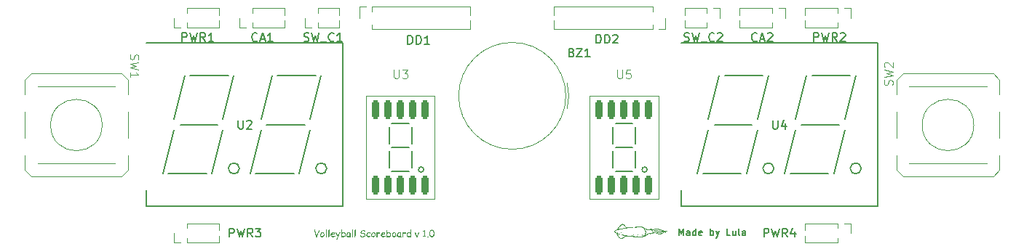
<source format=gbr>
%TF.GenerationSoftware,KiCad,Pcbnew,8.0.0*%
%TF.CreationDate,2024-11-21T20:10:56+00:00*%
%TF.ProjectId,display-board,64697370-6c61-4792-9d62-6f6172642e6b,rev?*%
%TF.SameCoordinates,Original*%
%TF.FileFunction,Legend,Top*%
%TF.FilePolarity,Positive*%
%FSLAX46Y46*%
G04 Gerber Fmt 4.6, Leading zero omitted, Abs format (unit mm)*
G04 Created by KiCad (PCBNEW 8.0.0) date 2024-11-21 20:10:56*
%MOMM*%
%LPD*%
G01*
G04 APERTURE LIST*
G04 Aperture macros list*
%AMRoundRect*
0 Rectangle with rounded corners*
0 $1 Rounding radius*
0 $2 $3 $4 $5 $6 $7 $8 $9 X,Y pos of 4 corners*
0 Add a 4 corners polygon primitive as box body*
4,1,4,$2,$3,$4,$5,$6,$7,$8,$9,$2,$3,0*
0 Add four circle primitives for the rounded corners*
1,1,$1+$1,$2,$3*
1,1,$1+$1,$4,$5*
1,1,$1+$1,$6,$7*
1,1,$1+$1,$8,$9*
0 Add four rect primitives between the rounded corners*
20,1,$1+$1,$2,$3,$4,$5,0*
20,1,$1+$1,$4,$5,$6,$7,0*
20,1,$1+$1,$6,$7,$8,$9,0*
20,1,$1+$1,$8,$9,$2,$3,0*%
G04 Aperture macros list end*
%ADD10C,0.150000*%
%ADD11C,0.100000*%
%ADD12C,0.120000*%
%ADD13C,0.000000*%
%ADD14R,1.000000X1.000000*%
%ADD15O,1.000000X1.000000*%
%ADD16C,2.000000*%
%ADD17RoundRect,0.225000X-0.225000X-0.875000X0.225000X-0.875000X0.225000X0.875000X-0.225000X0.875000X0*%
%ADD18R,1.524000X2.524000*%
%ADD19O,1.524000X2.524000*%
%ADD20R,2.000000X2.000000*%
G04 APERTURE END LIST*
D10*
X119384160Y-110294295D02*
X119384160Y-109494295D01*
X119384160Y-109494295D02*
X119650826Y-110065723D01*
X119650826Y-110065723D02*
X119917493Y-109494295D01*
X119917493Y-109494295D02*
X119917493Y-110294295D01*
X120641303Y-110294295D02*
X120641303Y-109875247D01*
X120641303Y-109875247D02*
X120603208Y-109799057D01*
X120603208Y-109799057D02*
X120527017Y-109760961D01*
X120527017Y-109760961D02*
X120374636Y-109760961D01*
X120374636Y-109760961D02*
X120298446Y-109799057D01*
X120641303Y-110256200D02*
X120565112Y-110294295D01*
X120565112Y-110294295D02*
X120374636Y-110294295D01*
X120374636Y-110294295D02*
X120298446Y-110256200D01*
X120298446Y-110256200D02*
X120260350Y-110180009D01*
X120260350Y-110180009D02*
X120260350Y-110103819D01*
X120260350Y-110103819D02*
X120298446Y-110027628D01*
X120298446Y-110027628D02*
X120374636Y-109989533D01*
X120374636Y-109989533D02*
X120565112Y-109989533D01*
X120565112Y-109989533D02*
X120641303Y-109951438D01*
X121365113Y-110294295D02*
X121365113Y-109494295D01*
X121365113Y-110256200D02*
X121288922Y-110294295D01*
X121288922Y-110294295D02*
X121136541Y-110294295D01*
X121136541Y-110294295D02*
X121060351Y-110256200D01*
X121060351Y-110256200D02*
X121022256Y-110218104D01*
X121022256Y-110218104D02*
X120984160Y-110141914D01*
X120984160Y-110141914D02*
X120984160Y-109913342D01*
X120984160Y-109913342D02*
X121022256Y-109837152D01*
X121022256Y-109837152D02*
X121060351Y-109799057D01*
X121060351Y-109799057D02*
X121136541Y-109760961D01*
X121136541Y-109760961D02*
X121288922Y-109760961D01*
X121288922Y-109760961D02*
X121365113Y-109799057D01*
X122050828Y-110256200D02*
X121974637Y-110294295D01*
X121974637Y-110294295D02*
X121822256Y-110294295D01*
X121822256Y-110294295D02*
X121746066Y-110256200D01*
X121746066Y-110256200D02*
X121707970Y-110180009D01*
X121707970Y-110180009D02*
X121707970Y-109875247D01*
X121707970Y-109875247D02*
X121746066Y-109799057D01*
X121746066Y-109799057D02*
X121822256Y-109760961D01*
X121822256Y-109760961D02*
X121974637Y-109760961D01*
X121974637Y-109760961D02*
X122050828Y-109799057D01*
X122050828Y-109799057D02*
X122088923Y-109875247D01*
X122088923Y-109875247D02*
X122088923Y-109951438D01*
X122088923Y-109951438D02*
X121707970Y-110027628D01*
X123041304Y-110294295D02*
X123041304Y-109494295D01*
X123041304Y-109799057D02*
X123117494Y-109760961D01*
X123117494Y-109760961D02*
X123269875Y-109760961D01*
X123269875Y-109760961D02*
X123346066Y-109799057D01*
X123346066Y-109799057D02*
X123384161Y-109837152D01*
X123384161Y-109837152D02*
X123422256Y-109913342D01*
X123422256Y-109913342D02*
X123422256Y-110141914D01*
X123422256Y-110141914D02*
X123384161Y-110218104D01*
X123384161Y-110218104D02*
X123346066Y-110256200D01*
X123346066Y-110256200D02*
X123269875Y-110294295D01*
X123269875Y-110294295D02*
X123117494Y-110294295D01*
X123117494Y-110294295D02*
X123041304Y-110256200D01*
X123688923Y-109760961D02*
X123879399Y-110294295D01*
X124069876Y-109760961D02*
X123879399Y-110294295D01*
X123879399Y-110294295D02*
X123803209Y-110484771D01*
X123803209Y-110484771D02*
X123765114Y-110522866D01*
X123765114Y-110522866D02*
X123688923Y-110560961D01*
X125365114Y-110294295D02*
X124984162Y-110294295D01*
X124984162Y-110294295D02*
X124984162Y-109494295D01*
X125974638Y-109760961D02*
X125974638Y-110294295D01*
X125631781Y-109760961D02*
X125631781Y-110180009D01*
X125631781Y-110180009D02*
X125669876Y-110256200D01*
X125669876Y-110256200D02*
X125746066Y-110294295D01*
X125746066Y-110294295D02*
X125860352Y-110294295D01*
X125860352Y-110294295D02*
X125936543Y-110256200D01*
X125936543Y-110256200D02*
X125974638Y-110218104D01*
X126469876Y-110294295D02*
X126393686Y-110256200D01*
X126393686Y-110256200D02*
X126355591Y-110180009D01*
X126355591Y-110180009D02*
X126355591Y-109494295D01*
X127117496Y-110294295D02*
X127117496Y-109875247D01*
X127117496Y-109875247D02*
X127079401Y-109799057D01*
X127079401Y-109799057D02*
X127003210Y-109760961D01*
X127003210Y-109760961D02*
X126850829Y-109760961D01*
X126850829Y-109760961D02*
X126774639Y-109799057D01*
X127117496Y-110256200D02*
X127041305Y-110294295D01*
X127041305Y-110294295D02*
X126850829Y-110294295D01*
X126850829Y-110294295D02*
X126774639Y-110256200D01*
X126774639Y-110256200D02*
X126736543Y-110180009D01*
X126736543Y-110180009D02*
X126736543Y-110103819D01*
X126736543Y-110103819D02*
X126774639Y-110027628D01*
X126774639Y-110027628D02*
X126850829Y-109989533D01*
X126850829Y-109989533D02*
X127041305Y-109989533D01*
X127041305Y-109989533D02*
X127117496Y-109951438D01*
G36*
X77612683Y-109701571D02*
G01*
X77590786Y-109736515D01*
X77571845Y-109772566D01*
X77557191Y-109806302D01*
X77515376Y-109928815D01*
X77367463Y-110335235D01*
X77352259Y-110375199D01*
X77335665Y-110414637D01*
X77317679Y-110453550D01*
X77307086Y-110474942D01*
X77269093Y-110488515D01*
X77257651Y-110489010D01*
X77218146Y-110481096D01*
X77198447Y-110464000D01*
X77181603Y-110419224D01*
X77164289Y-110369795D01*
X77150996Y-110329670D01*
X77137437Y-110286928D01*
X77123614Y-110241569D01*
X77109527Y-110193592D01*
X77095175Y-110142998D01*
X77080559Y-110089787D01*
X77065679Y-110033959D01*
X77055611Y-109995286D01*
X77050533Y-109975514D01*
X77007156Y-109821934D01*
X76996133Y-109781233D01*
X76986155Y-109740886D01*
X76977888Y-109700303D01*
X76974720Y-109670113D01*
X76988184Y-109632884D01*
X76992306Y-109628689D01*
X77029389Y-109613658D01*
X77030799Y-109613644D01*
X77068284Y-109628110D01*
X77084532Y-109659366D01*
X77104853Y-109756477D01*
X77157609Y-109946400D01*
X77167477Y-109984840D01*
X77180559Y-110034522D01*
X77193556Y-110082409D01*
X77206468Y-110128500D01*
X77219293Y-110172797D01*
X77232034Y-110215298D01*
X77244688Y-110256004D01*
X77257258Y-110294915D01*
X77260387Y-110304362D01*
X77263709Y-110295374D01*
X77411036Y-109889931D01*
X77457735Y-109753155D01*
X77473611Y-109716445D01*
X77492055Y-109680811D01*
X77515437Y-109645401D01*
X77524169Y-109634746D01*
X77557955Y-109614385D01*
X77566960Y-109613644D01*
X77604066Y-109628069D01*
X77606235Y-109630057D01*
X77623472Y-109665262D01*
X77623625Y-109669526D01*
X77612683Y-109701571D01*
G37*
G36*
X77984555Y-109892283D02*
G01*
X78025694Y-109905302D01*
X78061748Y-109927914D01*
X78092715Y-109960119D01*
X78111720Y-109988996D01*
X78129223Y-110026043D01*
X78142238Y-110066232D01*
X78150765Y-110109562D01*
X78154502Y-110149203D01*
X78155097Y-110184000D01*
X78152382Y-110228325D01*
X78145407Y-110270150D01*
X78134173Y-110309475D01*
X78118681Y-110346299D01*
X78098929Y-110380623D01*
X78091399Y-110391508D01*
X78063413Y-110424644D01*
X78032213Y-110450923D01*
X77997797Y-110470348D01*
X77960167Y-110482916D01*
X77919322Y-110488629D01*
X77904993Y-110489010D01*
X77865868Y-110485756D01*
X77824155Y-110474069D01*
X77785641Y-110453883D01*
X77754566Y-110429247D01*
X77746137Y-110421013D01*
X77720833Y-110390895D01*
X77700461Y-110357110D01*
X77685021Y-110319656D01*
X77674513Y-110278534D01*
X77668937Y-110233743D01*
X77668175Y-110217998D01*
X77668191Y-110217412D01*
X77776618Y-110217412D01*
X77780050Y-110258954D01*
X77791911Y-110298659D01*
X77814743Y-110334488D01*
X77819996Y-110340120D01*
X77851589Y-110363650D01*
X77890228Y-110375576D01*
X77905188Y-110376463D01*
X77945754Y-110370665D01*
X77981868Y-110353272D01*
X78003471Y-110335235D01*
X78028365Y-110303548D01*
X78044672Y-110265641D01*
X78052007Y-110226206D01*
X78052906Y-110211941D01*
X78052821Y-110162702D01*
X78048656Y-110120008D01*
X78037715Y-110075846D01*
X78016173Y-110036352D01*
X77985453Y-110011585D01*
X77945556Y-110001547D01*
X77938014Y-110001306D01*
X77895450Y-110007160D01*
X77858543Y-110025163D01*
X77827293Y-110055314D01*
X77812376Y-110077314D01*
X77795091Y-110113201D01*
X77783463Y-110151840D01*
X77777491Y-110193229D01*
X77776618Y-110217412D01*
X77668191Y-110217412D01*
X77669427Y-110172587D01*
X77675529Y-110129265D01*
X77686481Y-110088030D01*
X77702283Y-110048884D01*
X77722935Y-110011827D01*
X77730896Y-109999938D01*
X77756377Y-109967909D01*
X77790870Y-109936640D01*
X77829636Y-109913188D01*
X77872674Y-109897553D01*
X77911804Y-109890496D01*
X77945244Y-109888759D01*
X77984555Y-109892283D01*
G37*
G36*
X78427086Y-110024558D02*
G01*
X78418879Y-110302995D01*
X78418170Y-110345837D01*
X78416659Y-110388053D01*
X78414845Y-110427623D01*
X78414581Y-110432932D01*
X78401566Y-110471266D01*
X78366541Y-110488791D01*
X78360652Y-110489010D01*
X78321943Y-110476473D01*
X78306934Y-110438864D01*
X78306723Y-110431955D01*
X78307202Y-110388438D01*
X78308237Y-110347154D01*
X78309586Y-110306588D01*
X78311361Y-110261241D01*
X78312780Y-110228354D01*
X78314525Y-110187521D01*
X78316229Y-110142916D01*
X78317507Y-110103106D01*
X78318459Y-110062721D01*
X78318838Y-110024558D01*
X78318969Y-109984618D01*
X78319361Y-109942246D01*
X78320016Y-109897444D01*
X78320785Y-109857108D01*
X78321573Y-109822129D01*
X78322503Y-109780304D01*
X78323240Y-109740265D01*
X78323857Y-109695810D01*
X78324212Y-109653786D01*
X78324309Y-109619701D01*
X78334631Y-109581366D01*
X78371707Y-109563842D01*
X78378237Y-109563623D01*
X78417227Y-109575945D01*
X78432345Y-109612910D01*
X78432557Y-109619701D01*
X78432426Y-109659641D01*
X78432033Y-109702012D01*
X78431379Y-109746814D01*
X78430610Y-109787151D01*
X78429822Y-109822129D01*
X78428892Y-109863954D01*
X78428155Y-109903993D01*
X78427537Y-109948448D01*
X78427182Y-109990472D01*
X78427086Y-110024558D01*
G37*
G36*
X78733464Y-110024558D02*
G01*
X78725258Y-110302995D01*
X78724548Y-110345837D01*
X78723037Y-110388053D01*
X78721223Y-110427623D01*
X78720959Y-110432932D01*
X78707944Y-110471266D01*
X78672920Y-110488791D01*
X78667030Y-110489010D01*
X78628322Y-110476473D01*
X78613312Y-110438864D01*
X78613101Y-110431955D01*
X78613581Y-110388438D01*
X78614616Y-110347154D01*
X78615964Y-110306588D01*
X78617739Y-110261241D01*
X78619159Y-110228354D01*
X78620904Y-110187521D01*
X78622607Y-110142916D01*
X78623885Y-110103106D01*
X78624837Y-110062721D01*
X78625216Y-110024558D01*
X78625347Y-109984618D01*
X78625739Y-109942246D01*
X78626394Y-109897444D01*
X78627163Y-109857108D01*
X78627951Y-109822129D01*
X78628881Y-109780304D01*
X78629618Y-109740265D01*
X78630235Y-109695810D01*
X78630591Y-109653786D01*
X78630687Y-109619701D01*
X78641009Y-109581366D01*
X78678085Y-109563842D01*
X78684616Y-109563623D01*
X78723605Y-109575945D01*
X78738723Y-109612910D01*
X78738935Y-109619701D01*
X78738804Y-109659641D01*
X78738412Y-109702012D01*
X78737757Y-109746814D01*
X78736988Y-109787151D01*
X78736200Y-109822129D01*
X78735270Y-109863954D01*
X78734533Y-109903993D01*
X78733916Y-109948448D01*
X78733560Y-109990472D01*
X78733464Y-110024558D01*
G37*
G36*
X79185558Y-109890700D02*
G01*
X79224881Y-109896526D01*
X79264098Y-109907721D01*
X79290924Y-109919826D01*
X79325211Y-109944724D01*
X79350146Y-109980002D01*
X79360744Y-110018604D01*
X79361852Y-110037845D01*
X79353114Y-110078181D01*
X79329753Y-110112646D01*
X79299717Y-110139059D01*
X79263963Y-110159020D01*
X79228496Y-110175959D01*
X79188770Y-110193716D01*
X79183262Y-110196114D01*
X78973408Y-110288340D01*
X79000943Y-110320355D01*
X79033379Y-110345275D01*
X79050003Y-110354383D01*
X79089794Y-110368679D01*
X79130932Y-110375406D01*
X79156884Y-110376463D01*
X79198112Y-110373043D01*
X79236501Y-110365230D01*
X79245983Y-110362785D01*
X79285110Y-110349560D01*
X79319080Y-110329054D01*
X79329417Y-110317258D01*
X79359092Y-110290697D01*
X79369668Y-110288926D01*
X79403862Y-110304167D01*
X79419103Y-110339729D01*
X79409505Y-110377926D01*
X79384454Y-110409334D01*
X79349134Y-110434891D01*
X79320819Y-110449736D01*
X79284200Y-110465039D01*
X79242898Y-110477926D01*
X79202183Y-110485903D01*
X79162054Y-110488972D01*
X79157079Y-110489010D01*
X79112140Y-110486826D01*
X79070525Y-110480272D01*
X79032236Y-110469350D01*
X78991767Y-110451086D01*
X78955823Y-110426875D01*
X78927269Y-110399145D01*
X78901424Y-110361898D01*
X78885670Y-110325774D01*
X78875824Y-110285777D01*
X78871885Y-110241905D01*
X78871803Y-110234216D01*
X78873341Y-110194551D01*
X78964030Y-110194551D01*
X79132655Y-110120106D01*
X79173436Y-110101081D01*
X79208758Y-110083160D01*
X79246148Y-110061740D01*
X79274511Y-110042143D01*
X79241256Y-110020608D01*
X79200597Y-110007049D01*
X79157674Y-110001665D01*
X79142034Y-110001306D01*
X79102340Y-110006019D01*
X79063747Y-110022091D01*
X79033270Y-110046599D01*
X79030464Y-110049568D01*
X79004833Y-110084380D01*
X78985551Y-110123869D01*
X78971422Y-110165457D01*
X78964030Y-110194551D01*
X78873341Y-110194551D01*
X78873492Y-110190650D01*
X78878558Y-110149345D01*
X78887002Y-110110302D01*
X78901592Y-110066434D01*
X78921046Y-110025823D01*
X78940973Y-109994467D01*
X78965717Y-109964014D01*
X78998671Y-109934284D01*
X79035184Y-109911986D01*
X79075255Y-109897120D01*
X79118885Y-109889688D01*
X79142034Y-109888759D01*
X79185558Y-109890700D01*
G37*
G36*
X79992976Y-109974341D02*
G01*
X79802857Y-110382129D01*
X79785788Y-110418595D01*
X79765902Y-110462047D01*
X79747628Y-110503133D01*
X79730968Y-110541853D01*
X79715919Y-110578207D01*
X79699989Y-110618709D01*
X79695195Y-110631452D01*
X79658852Y-110737161D01*
X79636190Y-110769076D01*
X79609417Y-110776630D01*
X79571681Y-110763922D01*
X79569556Y-110762171D01*
X79552948Y-110726609D01*
X79560361Y-110687457D01*
X79572522Y-110649716D01*
X79586421Y-110612173D01*
X79604026Y-110568096D01*
X79619663Y-110530751D01*
X79637384Y-110489731D01*
X79657190Y-110445036D01*
X79671552Y-110413197D01*
X79474790Y-110032960D01*
X79450170Y-109992709D01*
X79435683Y-109955686D01*
X79435321Y-109950113D01*
X79448485Y-109912008D01*
X79452515Y-109907321D01*
X79487405Y-109888922D01*
X79491399Y-109888759D01*
X79527616Y-109904967D01*
X79530282Y-109908494D01*
X79553849Y-109943674D01*
X79577848Y-109982389D01*
X79602282Y-110024640D01*
X79627149Y-110070427D01*
X79646084Y-110107086D01*
X79665262Y-110145735D01*
X79684685Y-110186372D01*
X79704351Y-110228998D01*
X79724261Y-110273613D01*
X79730952Y-110288926D01*
X79812236Y-110095290D01*
X79828606Y-110059352D01*
X79847408Y-110019561D01*
X79865893Y-109982069D01*
X79884060Y-109946877D01*
X79896842Y-109923148D01*
X79923098Y-109893595D01*
X79942955Y-109888759D01*
X79979543Y-109902560D01*
X79982815Y-109905563D01*
X80000053Y-109941155D01*
X80000205Y-109945423D01*
X79992976Y-109974341D01*
G37*
G36*
X80204847Y-109619762D02*
G01*
X80210645Y-109648815D01*
X80207909Y-109671285D01*
X80205174Y-109693755D01*
X80203611Y-109813727D01*
X80202438Y-109953630D01*
X80237655Y-109931584D01*
X80274256Y-109912848D01*
X80293297Y-109904976D01*
X80332621Y-109893336D01*
X80372011Y-109888775D01*
X80374385Y-109888759D01*
X80417149Y-109891946D01*
X80456781Y-109901508D01*
X80493280Y-109917445D01*
X80526646Y-109939757D01*
X80556881Y-109968443D01*
X80566263Y-109979422D01*
X80589769Y-110012743D01*
X80608413Y-110048811D01*
X80622193Y-110087627D01*
X80631109Y-110129191D01*
X80635162Y-110173503D01*
X80635432Y-110188884D01*
X80632588Y-110234526D01*
X80624057Y-110277517D01*
X80609837Y-110317856D01*
X80589930Y-110355543D01*
X80564335Y-110390579D01*
X80554539Y-110401669D01*
X80522883Y-110431351D01*
X80488438Y-110454892D01*
X80451204Y-110472292D01*
X80411181Y-110483551D01*
X80368369Y-110488669D01*
X80353478Y-110489010D01*
X80312421Y-110486580D01*
X80273269Y-110479289D01*
X80236022Y-110467138D01*
X80200680Y-110450127D01*
X80170015Y-110474856D01*
X80157889Y-110476505D01*
X80122327Y-110462046D01*
X80107868Y-110425702D01*
X80109151Y-110385609D01*
X80109235Y-110383888D01*
X80110591Y-110344638D01*
X80110603Y-110341878D01*
X80110298Y-110300120D01*
X80109614Y-110258636D01*
X80108695Y-110216446D01*
X80107669Y-110175908D01*
X80107477Y-110168759D01*
X80107472Y-110168563D01*
X80201852Y-110168563D01*
X80202438Y-110250629D01*
X80203025Y-110336993D01*
X80239501Y-110352003D01*
X80277274Y-110366498D01*
X80315714Y-110374273D01*
X80353478Y-110376463D01*
X80396049Y-110372228D01*
X80434076Y-110359523D01*
X80467559Y-110338348D01*
X80484197Y-110322925D01*
X80508944Y-110290613D01*
X80525592Y-110254128D01*
X80534140Y-110213471D01*
X80535390Y-110189080D01*
X80532129Y-110147046D01*
X80522345Y-110109093D01*
X80503825Y-110071709D01*
X80494162Y-110058166D01*
X80463323Y-110028181D01*
X80426492Y-110009302D01*
X80383669Y-110001528D01*
X80374385Y-110001306D01*
X80334614Y-110005943D01*
X80296879Y-110018555D01*
X80282159Y-110025535D01*
X80248342Y-110046237D01*
X80213249Y-110070280D01*
X80203025Y-110077510D01*
X80201852Y-110168563D01*
X80107472Y-110168563D01*
X80106481Y-110127481D01*
X80105579Y-110084446D01*
X80104892Y-110042018D01*
X80104557Y-110002899D01*
X80104546Y-109995444D01*
X80104628Y-109955547D01*
X80104798Y-109912497D01*
X80104995Y-109871234D01*
X80105132Y-109844600D01*
X80105331Y-109805467D01*
X80105512Y-109766099D01*
X80105661Y-109725429D01*
X80105718Y-109693364D01*
X80111609Y-109653141D01*
X80119396Y-109634355D01*
X80147453Y-109605810D01*
X80169417Y-109601138D01*
X80204847Y-109619762D01*
G37*
G36*
X81063697Y-109892854D02*
G01*
X81104735Y-109903905D01*
X81130170Y-109913574D01*
X81166252Y-109931960D01*
X81195991Y-109959648D01*
X81204811Y-109988214D01*
X81193674Y-110014593D01*
X81187503Y-110053902D01*
X81185076Y-110083762D01*
X81183235Y-110123485D01*
X81182175Y-110166608D01*
X81181755Y-110206665D01*
X81182419Y-110246706D01*
X81185936Y-110287299D01*
X81191133Y-110314914D01*
X81203619Y-110354388D01*
X81218809Y-110394564D01*
X81225718Y-110412025D01*
X81238224Y-110441334D01*
X81241545Y-110450713D01*
X81226109Y-110487056D01*
X81190352Y-110501515D01*
X81157460Y-110478407D01*
X81152445Y-110473378D01*
X81126556Y-110442695D01*
X81115711Y-110426484D01*
X81080919Y-110445931D01*
X81043611Y-110464329D01*
X81022704Y-110473183D01*
X80983839Y-110485532D01*
X80955683Y-110489010D01*
X80909922Y-110486475D01*
X80869066Y-110478871D01*
X80827599Y-110463592D01*
X80792808Y-110441412D01*
X80768300Y-110416909D01*
X80746678Y-110383796D01*
X80730366Y-110343782D01*
X80720612Y-110303993D01*
X80714759Y-110259134D01*
X80712862Y-110217879D01*
X80712823Y-110211550D01*
X80821252Y-110211550D01*
X80823771Y-110254671D01*
X80832480Y-110294933D01*
X80851142Y-110332618D01*
X80853101Y-110335235D01*
X80884268Y-110361928D01*
X80922424Y-110374490D01*
X80948845Y-110376463D01*
X80989065Y-110373561D01*
X81028901Y-110362999D01*
X81038335Y-110358877D01*
X81073044Y-110336662D01*
X81093827Y-110320580D01*
X81088761Y-110280573D01*
X81083815Y-110236884D01*
X81080106Y-110197907D01*
X81077341Y-110158391D01*
X81076242Y-110121083D01*
X81078328Y-110081840D01*
X81079173Y-110073993D01*
X81085327Y-110034022D01*
X81088161Y-110019868D01*
X81053381Y-110005800D01*
X81030129Y-110001306D01*
X80988986Y-110005287D01*
X80950750Y-110017230D01*
X80915420Y-110037136D01*
X80882997Y-110065004D01*
X80855983Y-110097977D01*
X80836688Y-110133392D01*
X80825111Y-110171250D01*
X80821252Y-110211550D01*
X80712823Y-110211550D01*
X80712808Y-110209205D01*
X80715041Y-110168746D01*
X80721738Y-110130166D01*
X80735669Y-110086351D01*
X80756030Y-110045243D01*
X80782821Y-110006841D01*
X80804253Y-109982743D01*
X80833754Y-109955668D01*
X80871434Y-109929235D01*
X80911602Y-109909410D01*
X80954256Y-109896193D01*
X80999396Y-109889585D01*
X81022899Y-109888759D01*
X81063697Y-109892854D01*
G37*
G36*
X81473674Y-110024558D02*
G01*
X81465467Y-110302995D01*
X81464758Y-110345837D01*
X81463246Y-110388053D01*
X81461433Y-110427623D01*
X81461168Y-110432932D01*
X81448153Y-110471266D01*
X81413129Y-110488791D01*
X81407240Y-110489010D01*
X81368531Y-110476473D01*
X81353521Y-110438864D01*
X81353311Y-110431955D01*
X81353790Y-110388438D01*
X81354825Y-110347154D01*
X81356174Y-110306588D01*
X81357948Y-110261241D01*
X81359368Y-110228354D01*
X81361113Y-110187521D01*
X81362817Y-110142916D01*
X81364094Y-110103106D01*
X81365047Y-110062721D01*
X81365425Y-110024558D01*
X81365556Y-109984618D01*
X81365949Y-109942246D01*
X81366603Y-109897444D01*
X81367373Y-109857108D01*
X81368161Y-109822129D01*
X81369090Y-109780304D01*
X81369828Y-109740265D01*
X81370445Y-109695810D01*
X81370800Y-109653786D01*
X81370896Y-109619701D01*
X81381219Y-109581366D01*
X81418295Y-109563842D01*
X81424825Y-109563623D01*
X81463814Y-109575945D01*
X81478932Y-109612910D01*
X81479145Y-109619701D01*
X81479014Y-109659641D01*
X81478621Y-109702012D01*
X81477967Y-109746814D01*
X81477197Y-109787151D01*
X81476409Y-109822129D01*
X81475479Y-109863954D01*
X81474742Y-109903993D01*
X81474125Y-109948448D01*
X81473770Y-109990472D01*
X81473674Y-110024558D01*
G37*
G36*
X81780052Y-110024558D02*
G01*
X81771845Y-110302995D01*
X81771136Y-110345837D01*
X81769625Y-110388053D01*
X81767811Y-110427623D01*
X81767547Y-110432932D01*
X81754532Y-110471266D01*
X81719507Y-110488791D01*
X81713618Y-110489010D01*
X81674909Y-110476473D01*
X81659900Y-110438864D01*
X81659689Y-110431955D01*
X81660168Y-110388438D01*
X81661203Y-110347154D01*
X81662552Y-110306588D01*
X81664327Y-110261241D01*
X81665746Y-110228354D01*
X81667491Y-110187521D01*
X81669195Y-110142916D01*
X81670472Y-110103106D01*
X81671425Y-110062721D01*
X81671803Y-110024558D01*
X81671934Y-109984618D01*
X81672327Y-109942246D01*
X81672981Y-109897444D01*
X81673751Y-109857108D01*
X81674539Y-109822129D01*
X81675469Y-109780304D01*
X81676206Y-109740265D01*
X81676823Y-109695810D01*
X81677178Y-109653786D01*
X81677274Y-109619701D01*
X81687597Y-109581366D01*
X81724673Y-109563842D01*
X81731203Y-109563623D01*
X81770192Y-109575945D01*
X81785311Y-109612910D01*
X81785523Y-109619701D01*
X81785392Y-109659641D01*
X81784999Y-109702012D01*
X81784345Y-109746814D01*
X81783575Y-109787151D01*
X81782787Y-109822129D01*
X81781858Y-109863954D01*
X81781120Y-109903993D01*
X81780503Y-109948448D01*
X81780148Y-109990472D01*
X81780052Y-110024558D01*
G37*
G36*
X82278698Y-110329764D02*
G01*
X82293332Y-110292208D01*
X82294330Y-110291271D01*
X82331264Y-110276479D01*
X82334190Y-110276421D01*
X82370900Y-110292907D01*
X82381475Y-110305730D01*
X82406382Y-110337432D01*
X82431496Y-110359659D01*
X82468612Y-110376346D01*
X82511049Y-110385505D01*
X82550962Y-110388710D01*
X82567295Y-110388968D01*
X82609134Y-110386770D01*
X82649459Y-110380175D01*
X82688269Y-110369184D01*
X82725565Y-110353797D01*
X82761957Y-110332453D01*
X82792604Y-110303937D01*
X82813126Y-110266602D01*
X82818963Y-110228745D01*
X82811292Y-110190177D01*
X82788280Y-110157029D01*
X82754452Y-110131829D01*
X82740415Y-110124404D01*
X82700557Y-110108241D01*
X82660950Y-110097921D01*
X82617411Y-110091412D01*
X82576088Y-110088842D01*
X82534310Y-110085203D01*
X82495732Y-110077607D01*
X82456156Y-110064332D01*
X82428175Y-110050545D01*
X82394066Y-110025559D01*
X82367343Y-109991669D01*
X82352953Y-109951659D01*
X82350212Y-109921585D01*
X82355523Y-109879143D01*
X82371455Y-109838328D01*
X82393565Y-109804638D01*
X82423479Y-109772144D01*
X82454368Y-109745979D01*
X82461196Y-109740845D01*
X82494524Y-109718611D01*
X82534971Y-109696904D01*
X82575912Y-109680623D01*
X82617348Y-109669770D01*
X82659278Y-109664343D01*
X82680429Y-109663665D01*
X82722359Y-109666440D01*
X82764175Y-109673860D01*
X82800792Y-109683399D01*
X82839687Y-109697089D01*
X82875023Y-109718824D01*
X82889696Y-109748856D01*
X82878834Y-109786443D01*
X82840261Y-109801222D01*
X82799839Y-109796261D01*
X82763276Y-109788521D01*
X82722728Y-109780269D01*
X82681966Y-109776191D01*
X82678084Y-109776212D01*
X82636892Y-109778959D01*
X82594376Y-109787452D01*
X82555910Y-109801663D01*
X82532515Y-109814314D01*
X82500058Y-109839608D01*
X82476977Y-109874193D01*
X82470966Y-109906540D01*
X82491287Y-109941515D01*
X82528833Y-109958534D01*
X82552250Y-109964376D01*
X82593051Y-109970207D01*
X82634038Y-109973855D01*
X82669291Y-109976295D01*
X82714549Y-109982070D01*
X82755946Y-109992214D01*
X82793482Y-110006727D01*
X82832395Y-110029180D01*
X82866053Y-110057579D01*
X82891330Y-110087601D01*
X82912616Y-110125300D01*
X82925793Y-110166613D01*
X82930671Y-110205728D01*
X82930924Y-110217412D01*
X82927971Y-110258096D01*
X82916632Y-110303415D01*
X82896789Y-110344915D01*
X82873757Y-110376580D01*
X82844819Y-110405594D01*
X82809975Y-110431955D01*
X82776370Y-110451994D01*
X82733890Y-110471558D01*
X82696695Y-110484125D01*
X82657869Y-110493296D01*
X82617412Y-110499070D01*
X82575323Y-110501447D01*
X82566709Y-110501515D01*
X82523498Y-110499636D01*
X82481913Y-110493998D01*
X82441956Y-110484601D01*
X82403625Y-110471446D01*
X82382452Y-110462241D01*
X82347668Y-110442879D01*
X82316030Y-110417094D01*
X82291663Y-110383413D01*
X82279876Y-110345238D01*
X82278698Y-110329764D01*
G37*
G36*
X83305886Y-110489010D02*
G01*
X83264926Y-110486688D01*
X83220474Y-110478110D01*
X83179612Y-110463212D01*
X83142341Y-110441993D01*
X83117916Y-110422967D01*
X83087082Y-110390506D01*
X83063820Y-110353820D01*
X83048133Y-110312907D01*
X83040714Y-110274476D01*
X83038782Y-110240078D01*
X83041392Y-110199244D01*
X83049223Y-110157930D01*
X83062275Y-110116134D01*
X83080547Y-110073858D01*
X83099762Y-110038261D01*
X83113032Y-110016742D01*
X83139310Y-109979872D01*
X83166609Y-109949251D01*
X83200715Y-109920755D01*
X83236291Y-109901257D01*
X83279655Y-109889884D01*
X83298852Y-109888759D01*
X83340965Y-109892413D01*
X83382755Y-109902184D01*
X83419214Y-109914746D01*
X83455973Y-109932381D01*
X83487152Y-109957034D01*
X83503152Y-109993419D01*
X83503234Y-109996421D01*
X83490214Y-110033663D01*
X83489361Y-110034718D01*
X83455362Y-110051327D01*
X83427616Y-110042534D01*
X83404951Y-110025144D01*
X83368678Y-110008848D01*
X83329107Y-110002447D01*
X83298852Y-110001306D01*
X83260436Y-110012065D01*
X83229212Y-110036874D01*
X83201612Y-110071019D01*
X83187868Y-110092360D01*
X83168377Y-110127796D01*
X83151964Y-110165684D01*
X83140973Y-110204980D01*
X83137847Y-110236951D01*
X83143688Y-110279031D01*
X83161212Y-110314462D01*
X83187281Y-110340901D01*
X83222101Y-110361148D01*
X83263155Y-110372990D01*
X83305886Y-110376463D01*
X83346614Y-110370057D01*
X83376228Y-110358291D01*
X83439926Y-110323120D01*
X83463569Y-110313937D01*
X83498740Y-110331327D01*
X83513532Y-110368204D01*
X83513590Y-110370992D01*
X83497396Y-110407911D01*
X83465999Y-110433640D01*
X83428984Y-110453839D01*
X83389228Y-110470841D01*
X83349767Y-110483205D01*
X83308964Y-110488976D01*
X83305886Y-110489010D01*
G37*
G36*
X83918288Y-109892283D02*
G01*
X83959428Y-109905302D01*
X83995481Y-109927914D01*
X84026448Y-109960119D01*
X84045453Y-109988996D01*
X84062956Y-110026043D01*
X84075971Y-110066232D01*
X84084498Y-110109562D01*
X84088235Y-110149203D01*
X84088831Y-110184000D01*
X84086115Y-110228325D01*
X84079140Y-110270150D01*
X84067907Y-110309475D01*
X84052414Y-110346299D01*
X84032662Y-110380623D01*
X84025132Y-110391508D01*
X83997146Y-110424644D01*
X83965946Y-110450923D01*
X83931531Y-110470348D01*
X83893900Y-110482916D01*
X83853055Y-110488629D01*
X83838726Y-110489010D01*
X83799602Y-110485756D01*
X83757888Y-110474069D01*
X83719374Y-110453883D01*
X83688299Y-110429247D01*
X83679870Y-110421013D01*
X83654566Y-110390895D01*
X83634194Y-110357110D01*
X83618754Y-110319656D01*
X83608246Y-110278534D01*
X83602671Y-110233743D01*
X83601908Y-110217998D01*
X83601924Y-110217412D01*
X83710352Y-110217412D01*
X83713783Y-110258954D01*
X83725644Y-110298659D01*
X83748477Y-110334488D01*
X83753729Y-110340120D01*
X83785322Y-110363650D01*
X83823961Y-110375576D01*
X83838921Y-110376463D01*
X83879487Y-110370665D01*
X83915601Y-110353272D01*
X83937205Y-110335235D01*
X83962098Y-110303548D01*
X83978405Y-110265641D01*
X83985740Y-110226206D01*
X83986639Y-110211941D01*
X83986554Y-110162702D01*
X83982390Y-110120008D01*
X83971448Y-110075846D01*
X83949906Y-110036352D01*
X83919186Y-110011585D01*
X83879289Y-110001547D01*
X83871748Y-110001306D01*
X83829183Y-110007160D01*
X83792276Y-110025163D01*
X83761026Y-110055314D01*
X83746109Y-110077314D01*
X83728824Y-110113201D01*
X83717196Y-110151840D01*
X83711225Y-110193229D01*
X83710352Y-110217412D01*
X83601924Y-110217412D01*
X83603161Y-110172587D01*
X83609263Y-110129265D01*
X83620215Y-110088030D01*
X83636017Y-110048884D01*
X83656668Y-110011827D01*
X83664630Y-109999938D01*
X83690110Y-109967909D01*
X83724603Y-109936640D01*
X83763369Y-109913188D01*
X83806408Y-109897553D01*
X83845537Y-109890496D01*
X83878977Y-109888759D01*
X83918288Y-109892283D01*
G37*
G36*
X84648831Y-110046442D02*
G01*
X84640580Y-110084821D01*
X84611394Y-110111483D01*
X84593925Y-110113853D01*
X84557029Y-110098688D01*
X84546639Y-110060120D01*
X84544881Y-110022018D01*
X84543318Y-109976295D01*
X84502090Y-109983232D01*
X84460846Y-109995239D01*
X84425043Y-110011698D01*
X84404197Y-110025144D01*
X84372553Y-110053998D01*
X84347152Y-110087643D01*
X84327032Y-110123959D01*
X84322913Y-110132806D01*
X84324085Y-110433518D01*
X84313688Y-110471452D01*
X84276343Y-110488793D01*
X84269766Y-110489010D01*
X84231955Y-110473459D01*
X84221308Y-110433909D01*
X84221308Y-110051718D01*
X84222211Y-110010639D01*
X84222676Y-109997789D01*
X84223882Y-109958343D01*
X84224043Y-109943860D01*
X84234691Y-109904310D01*
X84272501Y-109888759D01*
X84309345Y-109905327D01*
X84324021Y-109941591D01*
X84326821Y-109975318D01*
X84360357Y-109946779D01*
X84395018Y-109923077D01*
X84430805Y-109904212D01*
X84467718Y-109890185D01*
X84505757Y-109880994D01*
X84544922Y-109876640D01*
X84560903Y-109876254D01*
X84599787Y-109884509D01*
X84627337Y-109909275D01*
X84643185Y-109947434D01*
X84648878Y-109988595D01*
X84649417Y-110008535D01*
X84648831Y-110046442D01*
G37*
G36*
X85044260Y-109890700D02*
G01*
X85083583Y-109896526D01*
X85122800Y-109907721D01*
X85149626Y-109919826D01*
X85183913Y-109944724D01*
X85208848Y-109980002D01*
X85219446Y-110018604D01*
X85220554Y-110037845D01*
X85211816Y-110078181D01*
X85188455Y-110112646D01*
X85158419Y-110139059D01*
X85122665Y-110159020D01*
X85087198Y-110175959D01*
X85047472Y-110193716D01*
X85041964Y-110196114D01*
X84832110Y-110288340D01*
X84859645Y-110320355D01*
X84892081Y-110345275D01*
X84908705Y-110354383D01*
X84948496Y-110368679D01*
X84989634Y-110375406D01*
X85015586Y-110376463D01*
X85056814Y-110373043D01*
X85095204Y-110365230D01*
X85104685Y-110362785D01*
X85143812Y-110349560D01*
X85177782Y-110329054D01*
X85188119Y-110317258D01*
X85217794Y-110290697D01*
X85228370Y-110288926D01*
X85262564Y-110304167D01*
X85277805Y-110339729D01*
X85268207Y-110377926D01*
X85243156Y-110409334D01*
X85207836Y-110434891D01*
X85179521Y-110449736D01*
X85142902Y-110465039D01*
X85101600Y-110477926D01*
X85060885Y-110485903D01*
X85020756Y-110488972D01*
X85015781Y-110489010D01*
X84970842Y-110486826D01*
X84929228Y-110480272D01*
X84890938Y-110469350D01*
X84850469Y-110451086D01*
X84814525Y-110426875D01*
X84785971Y-110399145D01*
X84760126Y-110361898D01*
X84744372Y-110325774D01*
X84734526Y-110285777D01*
X84730587Y-110241905D01*
X84730505Y-110234216D01*
X84732043Y-110194551D01*
X84822732Y-110194551D01*
X84991357Y-110120106D01*
X85032138Y-110101081D01*
X85067460Y-110083160D01*
X85104850Y-110061740D01*
X85133213Y-110042143D01*
X85099958Y-110020608D01*
X85059299Y-110007049D01*
X85016376Y-110001665D01*
X85000736Y-110001306D01*
X84961042Y-110006019D01*
X84922449Y-110022091D01*
X84891972Y-110046599D01*
X84889166Y-110049568D01*
X84863535Y-110084380D01*
X84844253Y-110123869D01*
X84830124Y-110165457D01*
X84822732Y-110194551D01*
X84732043Y-110194551D01*
X84732194Y-110190650D01*
X84737260Y-110149345D01*
X84745704Y-110110302D01*
X84760294Y-110066434D01*
X84779748Y-110025823D01*
X84799675Y-109994467D01*
X84824419Y-109964014D01*
X84857373Y-109934284D01*
X84893886Y-109911986D01*
X84933957Y-109897120D01*
X84977587Y-109889688D01*
X85000736Y-109888759D01*
X85044260Y-109890700D01*
G37*
G36*
X85480493Y-109619762D02*
G01*
X85486290Y-109648815D01*
X85483555Y-109671285D01*
X85480819Y-109693755D01*
X85479256Y-109813727D01*
X85478084Y-109953630D01*
X85513301Y-109931584D01*
X85549902Y-109912848D01*
X85568942Y-109904976D01*
X85608266Y-109893336D01*
X85647657Y-109888775D01*
X85650031Y-109888759D01*
X85692795Y-109891946D01*
X85732426Y-109901508D01*
X85768925Y-109917445D01*
X85802292Y-109939757D01*
X85832526Y-109968443D01*
X85841908Y-109979422D01*
X85865415Y-110012743D01*
X85884058Y-110048811D01*
X85897838Y-110087627D01*
X85906755Y-110129191D01*
X85910807Y-110173503D01*
X85911078Y-110188884D01*
X85908234Y-110234526D01*
X85899702Y-110277517D01*
X85885483Y-110317856D01*
X85865575Y-110355543D01*
X85839980Y-110390579D01*
X85830184Y-110401669D01*
X85798528Y-110431351D01*
X85764083Y-110454892D01*
X85726849Y-110472292D01*
X85686826Y-110483551D01*
X85644014Y-110488669D01*
X85629124Y-110489010D01*
X85588066Y-110486580D01*
X85548914Y-110479289D01*
X85511667Y-110467138D01*
X85476325Y-110450127D01*
X85445661Y-110474856D01*
X85433534Y-110476505D01*
X85397972Y-110462046D01*
X85383513Y-110425702D01*
X85384797Y-110385609D01*
X85384881Y-110383888D01*
X85386237Y-110344638D01*
X85386249Y-110341878D01*
X85385943Y-110300120D01*
X85385259Y-110258636D01*
X85384340Y-110216446D01*
X85383315Y-110175908D01*
X85383122Y-110168759D01*
X85383117Y-110168563D01*
X85477498Y-110168563D01*
X85478084Y-110250629D01*
X85478670Y-110336993D01*
X85515146Y-110352003D01*
X85552920Y-110366498D01*
X85591360Y-110374273D01*
X85629124Y-110376463D01*
X85671695Y-110372228D01*
X85709722Y-110359523D01*
X85743204Y-110338348D01*
X85759842Y-110322925D01*
X85784589Y-110290613D01*
X85801237Y-110254128D01*
X85809786Y-110213471D01*
X85811036Y-110189080D01*
X85807775Y-110147046D01*
X85797991Y-110109093D01*
X85779470Y-110071709D01*
X85769808Y-110058166D01*
X85738968Y-110028181D01*
X85702137Y-110009302D01*
X85659314Y-110001528D01*
X85650031Y-110001306D01*
X85610259Y-110005943D01*
X85572524Y-110018555D01*
X85557805Y-110025535D01*
X85523988Y-110046237D01*
X85488895Y-110070280D01*
X85478670Y-110077510D01*
X85477498Y-110168563D01*
X85383117Y-110168563D01*
X85382126Y-110127481D01*
X85381225Y-110084446D01*
X85380538Y-110042018D01*
X85380203Y-110002899D01*
X85380191Y-109995444D01*
X85380274Y-109955547D01*
X85380444Y-109912497D01*
X85380640Y-109871234D01*
X85380778Y-109844600D01*
X85380977Y-109805467D01*
X85381157Y-109766099D01*
X85381307Y-109725429D01*
X85381364Y-109693364D01*
X85387254Y-109653141D01*
X85395041Y-109634355D01*
X85423099Y-109605810D01*
X85445062Y-109601138D01*
X85480493Y-109619762D01*
G37*
G36*
X86322419Y-109892283D02*
G01*
X86363559Y-109905302D01*
X86399612Y-109927914D01*
X86430579Y-109960119D01*
X86449584Y-109988996D01*
X86467087Y-110026043D01*
X86480102Y-110066232D01*
X86488630Y-110109562D01*
X86492366Y-110149203D01*
X86492962Y-110184000D01*
X86490246Y-110228325D01*
X86483271Y-110270150D01*
X86472038Y-110309475D01*
X86456545Y-110346299D01*
X86436794Y-110380623D01*
X86429263Y-110391508D01*
X86401278Y-110424644D01*
X86370077Y-110450923D01*
X86335662Y-110470348D01*
X86298032Y-110482916D01*
X86257187Y-110488629D01*
X86242857Y-110489010D01*
X86203733Y-110485756D01*
X86162019Y-110474069D01*
X86123505Y-110453883D01*
X86092430Y-110429247D01*
X86084002Y-110421013D01*
X86058697Y-110390895D01*
X86038325Y-110357110D01*
X86022885Y-110319656D01*
X86012377Y-110278534D01*
X86006802Y-110233743D01*
X86006039Y-110217998D01*
X86006055Y-110217412D01*
X86114483Y-110217412D01*
X86117914Y-110258954D01*
X86129775Y-110298659D01*
X86152608Y-110334488D01*
X86157861Y-110340120D01*
X86189453Y-110363650D01*
X86228093Y-110375576D01*
X86243053Y-110376463D01*
X86283618Y-110370665D01*
X86319733Y-110353272D01*
X86341336Y-110335235D01*
X86366230Y-110303548D01*
X86382537Y-110265641D01*
X86389871Y-110226206D01*
X86390771Y-110211941D01*
X86390685Y-110162702D01*
X86386521Y-110120008D01*
X86375579Y-110075846D01*
X86354037Y-110036352D01*
X86323318Y-110011585D01*
X86283421Y-110001547D01*
X86275879Y-110001306D01*
X86233315Y-110007160D01*
X86196407Y-110025163D01*
X86165157Y-110055314D01*
X86150240Y-110077314D01*
X86132955Y-110113201D01*
X86121327Y-110151840D01*
X86115356Y-110193229D01*
X86114483Y-110217412D01*
X86006055Y-110217412D01*
X86007292Y-110172587D01*
X86013394Y-110129265D01*
X86024346Y-110088030D01*
X86040148Y-110048884D01*
X86060799Y-110011827D01*
X86068761Y-109999938D01*
X86094241Y-109967909D01*
X86128734Y-109936640D01*
X86167500Y-109913188D01*
X86210539Y-109897553D01*
X86249668Y-109890496D01*
X86283108Y-109888759D01*
X86322419Y-109892283D01*
G37*
G36*
X86927870Y-109892854D02*
G01*
X86968908Y-109903905D01*
X86994344Y-109913574D01*
X87030425Y-109931960D01*
X87060164Y-109959648D01*
X87068984Y-109988214D01*
X87057847Y-110014593D01*
X87051676Y-110053902D01*
X87049249Y-110083762D01*
X87047408Y-110123485D01*
X87046348Y-110166608D01*
X87045928Y-110206665D01*
X87046592Y-110246706D01*
X87050109Y-110287299D01*
X87055307Y-110314914D01*
X87067792Y-110354388D01*
X87082982Y-110394564D01*
X87089891Y-110412025D01*
X87102397Y-110441334D01*
X87105718Y-110450713D01*
X87090282Y-110487056D01*
X87054525Y-110501515D01*
X87021633Y-110478407D01*
X87016618Y-110473378D01*
X86990729Y-110442695D01*
X86979884Y-110426484D01*
X86945092Y-110445931D01*
X86907784Y-110464329D01*
X86886877Y-110473183D01*
X86848012Y-110485532D01*
X86819856Y-110489010D01*
X86774095Y-110486475D01*
X86733239Y-110478871D01*
X86691772Y-110463592D01*
X86656981Y-110441412D01*
X86632473Y-110416909D01*
X86610851Y-110383796D01*
X86594539Y-110343782D01*
X86584785Y-110303993D01*
X86578932Y-110259134D01*
X86577036Y-110217879D01*
X86576996Y-110211550D01*
X86685425Y-110211550D01*
X86687945Y-110254671D01*
X86696653Y-110294933D01*
X86715315Y-110332618D01*
X86717274Y-110335235D01*
X86748441Y-110361928D01*
X86786597Y-110374490D01*
X86813018Y-110376463D01*
X86853238Y-110373561D01*
X86893074Y-110362999D01*
X86902508Y-110358877D01*
X86937217Y-110336662D01*
X86958000Y-110320580D01*
X86952934Y-110280573D01*
X86947988Y-110236884D01*
X86944279Y-110197907D01*
X86941514Y-110158391D01*
X86940415Y-110121083D01*
X86942501Y-110081840D01*
X86943346Y-110073993D01*
X86949501Y-110034022D01*
X86952334Y-110019868D01*
X86917554Y-110005800D01*
X86894302Y-110001306D01*
X86853159Y-110005287D01*
X86814923Y-110017230D01*
X86779593Y-110037136D01*
X86747170Y-110065004D01*
X86720157Y-110097977D01*
X86700861Y-110133392D01*
X86689284Y-110171250D01*
X86685425Y-110211550D01*
X86576996Y-110211550D01*
X86576981Y-110209205D01*
X86579214Y-110168746D01*
X86585911Y-110130166D01*
X86599842Y-110086351D01*
X86620203Y-110045243D01*
X86646994Y-110006841D01*
X86668426Y-109982743D01*
X86697927Y-109955668D01*
X86735607Y-109929235D01*
X86775775Y-109909410D01*
X86818429Y-109896193D01*
X86863569Y-109889585D01*
X86887072Y-109888759D01*
X86927870Y-109892854D01*
G37*
G36*
X87625858Y-110046442D02*
G01*
X87617607Y-110084821D01*
X87588421Y-110111483D01*
X87570952Y-110113853D01*
X87534056Y-110098688D01*
X87523667Y-110060120D01*
X87521908Y-110022018D01*
X87520345Y-109976295D01*
X87479117Y-109983232D01*
X87437873Y-109995239D01*
X87402070Y-110011698D01*
X87381224Y-110025144D01*
X87349580Y-110053998D01*
X87324179Y-110087643D01*
X87304059Y-110123959D01*
X87299940Y-110132806D01*
X87301113Y-110433518D01*
X87290715Y-110471452D01*
X87253371Y-110488793D01*
X87246793Y-110489010D01*
X87208983Y-110473459D01*
X87198335Y-110433909D01*
X87198335Y-110051718D01*
X87199238Y-110010639D01*
X87199703Y-109997789D01*
X87200909Y-109958343D01*
X87201071Y-109943860D01*
X87211718Y-109904310D01*
X87249528Y-109888759D01*
X87286372Y-109905327D01*
X87301048Y-109941591D01*
X87303848Y-109975318D01*
X87337384Y-109946779D01*
X87372045Y-109923077D01*
X87407833Y-109904212D01*
X87444746Y-109890185D01*
X87482785Y-109880994D01*
X87521949Y-109876640D01*
X87537930Y-109876254D01*
X87576814Y-109884509D01*
X87604364Y-109909275D01*
X87620213Y-109947434D01*
X87625905Y-109988595D01*
X87626444Y-110008535D01*
X87625858Y-110046442D01*
G37*
G36*
X88251706Y-109601920D02*
G01*
X88264211Y-109641780D01*
X88263164Y-109683832D01*
X88261133Y-109724643D01*
X88258740Y-109763755D01*
X88255662Y-109808614D01*
X88251901Y-109859218D01*
X88248631Y-109900941D01*
X88244977Y-109945897D01*
X88242327Y-109977663D01*
X88239420Y-110017829D01*
X88237344Y-110058019D01*
X88236099Y-110098234D01*
X88235683Y-110138473D01*
X88235949Y-110182607D01*
X88236746Y-110223958D01*
X88238489Y-110271730D01*
X88241062Y-110315152D01*
X88244465Y-110354223D01*
X88249645Y-110395366D01*
X88252683Y-110413588D01*
X88253660Y-110426093D01*
X88238224Y-110462241D01*
X88202662Y-110476505D01*
X88167185Y-110457118D01*
X88152641Y-110426875D01*
X88117506Y-110449918D01*
X88081175Y-110468100D01*
X88070575Y-110472401D01*
X88032593Y-110483755D01*
X87993190Y-110488750D01*
X87981671Y-110489010D01*
X87940400Y-110486338D01*
X87901877Y-110478321D01*
X87860406Y-110462214D01*
X87822675Y-110438833D01*
X87793311Y-110413002D01*
X87767148Y-110382293D01*
X87746398Y-110348494D01*
X87731061Y-110311603D01*
X87721137Y-110271622D01*
X87716626Y-110228549D01*
X87716325Y-110213504D01*
X87716433Y-110210964D01*
X87813632Y-110210964D01*
X87818536Y-110251489D01*
X87833247Y-110288313D01*
X87857767Y-110321434D01*
X87863848Y-110327614D01*
X87897015Y-110353374D01*
X87933503Y-110369594D01*
X87973311Y-110376272D01*
X87981671Y-110376463D01*
X88021908Y-110372899D01*
X88059829Y-110360245D01*
X88094458Y-110337076D01*
X88120792Y-110316477D01*
X88136618Y-110300259D01*
X88135055Y-110209401D01*
X88135642Y-110148438D01*
X88136618Y-110086498D01*
X88115803Y-110053303D01*
X88085419Y-110025349D01*
X88081127Y-110022604D01*
X88043122Y-110006630D01*
X88004259Y-110001389D01*
X87998279Y-110001306D01*
X87954963Y-110004579D01*
X87913151Y-110016085D01*
X87878665Y-110035875D01*
X87859745Y-110053672D01*
X87837454Y-110087206D01*
X87823764Y-110124047D01*
X87815838Y-110167507D01*
X87813632Y-110210964D01*
X87716433Y-110210964D01*
X87718224Y-110168895D01*
X87723920Y-110127149D01*
X87733413Y-110088265D01*
X87749817Y-110045382D01*
X87771689Y-110006620D01*
X87794092Y-109977468D01*
X87824883Y-109947321D01*
X87858930Y-109923411D01*
X87896232Y-109905738D01*
X87936791Y-109894303D01*
X87980606Y-109889105D01*
X87995935Y-109888759D01*
X88036398Y-109891091D01*
X88075289Y-109899860D01*
X88094413Y-109908494D01*
X88145997Y-109946400D01*
X88147452Y-109904636D01*
X88148958Y-109865514D01*
X88151046Y-109817459D01*
X88153226Y-109774100D01*
X88156080Y-109726504D01*
X88159077Y-109686245D01*
X88163512Y-109642208D01*
X88164169Y-109637091D01*
X88180191Y-109600748D01*
X88214190Y-109588633D01*
X88251706Y-109601920D01*
G37*
G36*
X88981308Y-110435667D02*
G01*
X88968021Y-110473623D01*
X88931287Y-110486274D01*
X88892990Y-110471313D01*
X88872864Y-110438989D01*
X88788845Y-110216435D01*
X88691147Y-109964963D01*
X88685481Y-109940734D01*
X88701434Y-109904958D01*
X88702480Y-109904000D01*
X88739357Y-109888818D01*
X88742145Y-109888759D01*
X88778684Y-109902981D01*
X88789431Y-109918849D01*
X88928942Y-110302018D01*
X88945158Y-110266343D01*
X88962886Y-110225118D01*
X88978813Y-110186524D01*
X88995790Y-110144075D01*
X89010127Y-110107341D01*
X89025136Y-110068140D01*
X89032892Y-110047614D01*
X89046420Y-110009677D01*
X89061346Y-109970255D01*
X89075677Y-109933606D01*
X89079591Y-109923734D01*
X89106412Y-109893677D01*
X89127854Y-109888759D01*
X89165372Y-109902841D01*
X89167519Y-109904781D01*
X89184501Y-109941130D01*
X89184518Y-109942492D01*
X89171769Y-109985174D01*
X89155832Y-110026875D01*
X89137681Y-110071995D01*
X89119974Y-110114878D01*
X89104834Y-110150999D01*
X89093855Y-110176965D01*
X88981308Y-110435667D01*
G37*
G36*
X89917637Y-110464000D02*
G01*
X89808217Y-110464000D01*
X89699382Y-110463413D01*
X89660273Y-110461276D01*
X89645453Y-110457942D01*
X89619258Y-110427607D01*
X89617512Y-110411438D01*
X89629657Y-110373932D01*
X89666092Y-110353736D01*
X89703876Y-110349889D01*
X89730254Y-110350475D01*
X89752725Y-110351452D01*
X89750893Y-110309916D01*
X89748035Y-110275835D01*
X89744829Y-110236720D01*
X89743346Y-110200608D01*
X89744350Y-110157000D01*
X89746521Y-110115367D01*
X89749349Y-110074309D01*
X89753070Y-110028292D01*
X89756046Y-109994858D01*
X89759522Y-109954019D01*
X89762874Y-109909231D01*
X89765333Y-109869045D01*
X89767074Y-109827979D01*
X89767575Y-109788717D01*
X89734077Y-109816072D01*
X89701581Y-109839275D01*
X89673590Y-109851243D01*
X89636507Y-109835473D01*
X89635488Y-109834439D01*
X89619334Y-109798467D01*
X89619270Y-109795751D01*
X89637741Y-109758428D01*
X89666556Y-109731857D01*
X89699809Y-109706223D01*
X89731071Y-109680221D01*
X89750575Y-109663469D01*
X89780422Y-109637194D01*
X89815081Y-109618509D01*
X89842997Y-109613644D01*
X89876825Y-109635043D01*
X89879731Y-109655067D01*
X89876409Y-109691997D01*
X89873087Y-109728926D01*
X89874377Y-109769945D01*
X89875041Y-109782855D01*
X89876764Y-109822217D01*
X89876995Y-109836588D01*
X89875944Y-109875876D01*
X89873245Y-109918817D01*
X89869521Y-109962581D01*
X89865317Y-110004692D01*
X89863709Y-110019673D01*
X89859259Y-110063186D01*
X89855731Y-110102425D01*
X89852778Y-110142805D01*
X89850822Y-110186176D01*
X89850617Y-110202367D01*
X89851977Y-110241645D01*
X89854916Y-110278180D01*
X89858433Y-110318870D01*
X89859996Y-110351452D01*
X89917637Y-110350475D01*
X89954791Y-110365695D01*
X89955739Y-110366693D01*
X89970920Y-110404142D01*
X89970980Y-110407140D01*
X89958463Y-110444896D01*
X89955739Y-110447977D01*
X89919071Y-110463984D01*
X89917637Y-110464000D01*
G37*
G36*
X90181615Y-110514020D02*
G01*
X90143660Y-110502810D01*
X90133157Y-110494090D01*
X90114656Y-110459139D01*
X90113422Y-110445242D01*
X90124523Y-110407360D01*
X90133157Y-110396784D01*
X90167889Y-110377733D01*
X90181615Y-110376463D01*
X90219204Y-110387893D01*
X90229682Y-110396784D01*
X90248550Y-110431588D01*
X90249808Y-110445242D01*
X90238487Y-110483563D01*
X90229682Y-110494090D01*
X90195170Y-110512775D01*
X90181615Y-110514020D01*
G37*
G36*
X90709571Y-109616649D02*
G01*
X90750044Y-109625665D01*
X90787416Y-109640692D01*
X90821687Y-109661729D01*
X90852857Y-109688777D01*
X90880927Y-109721836D01*
X90891287Y-109736742D01*
X90911383Y-109771160D01*
X90928072Y-109807859D01*
X90941356Y-109846837D01*
X90951233Y-109888096D01*
X90957705Y-109931635D01*
X90960770Y-109977455D01*
X90961043Y-109996421D01*
X90960356Y-110041468D01*
X90958295Y-110084358D01*
X90954860Y-110125090D01*
X90948144Y-110176046D01*
X90938985Y-110223166D01*
X90927383Y-110266452D01*
X90913339Y-110305903D01*
X90896853Y-110341520D01*
X90882885Y-110365716D01*
X90856618Y-110401235D01*
X90826545Y-110430734D01*
X90792665Y-110454213D01*
X90754978Y-110471672D01*
X90713485Y-110483110D01*
X90668184Y-110488528D01*
X90648998Y-110489010D01*
X90608640Y-110486626D01*
X90562151Y-110476939D01*
X90520060Y-110459801D01*
X90482367Y-110435211D01*
X90449073Y-110403171D01*
X90420177Y-110363679D01*
X90404951Y-110336407D01*
X90388176Y-110297922D01*
X90374245Y-110255982D01*
X90363157Y-110210590D01*
X90356333Y-110171789D01*
X90351329Y-110130777D01*
X90348145Y-110087555D01*
X90346780Y-110042123D01*
X90346723Y-110030420D01*
X90346977Y-110022018D01*
X90453213Y-110022018D01*
X90453976Y-110064894D01*
X90456266Y-110105011D01*
X90461275Y-110151276D01*
X90468669Y-110193229D01*
X90480690Y-110237879D01*
X90496146Y-110276320D01*
X90502062Y-110287754D01*
X90525846Y-110322319D01*
X90558731Y-110351427D01*
X90597697Y-110369446D01*
X90636781Y-110376116D01*
X90648803Y-110376463D01*
X90690158Y-110371888D01*
X90726884Y-110358163D01*
X90758980Y-110335288D01*
X90786446Y-110303263D01*
X90809282Y-110262089D01*
X90815865Y-110246330D01*
X90829569Y-110204441D01*
X90838637Y-110164860D01*
X90845231Y-110121886D01*
X90849353Y-110075518D01*
X90850898Y-110034286D01*
X90851036Y-110017133D01*
X90849900Y-109973370D01*
X90846494Y-109933186D01*
X90839410Y-109889687D01*
X90829055Y-109851340D01*
X90812843Y-109813113D01*
X90804532Y-109798877D01*
X90778459Y-109767077D01*
X90746549Y-109744362D01*
X90708801Y-109730734D01*
X90665216Y-109726191D01*
X90622536Y-109731053D01*
X90583914Y-109745639D01*
X90549350Y-109769948D01*
X90518844Y-109803982D01*
X90503234Y-109827796D01*
X90483743Y-109866141D01*
X90469040Y-109906805D01*
X90459124Y-109949788D01*
X90453995Y-109995090D01*
X90453213Y-110022018D01*
X90346977Y-110022018D01*
X90347908Y-109991243D01*
X90352720Y-109944058D01*
X90361234Y-109898858D01*
X90373450Y-109855642D01*
X90389368Y-109814411D01*
X90408988Y-109775164D01*
X90422536Y-109752569D01*
X90445916Y-109720008D01*
X90477975Y-109685413D01*
X90513182Y-109657600D01*
X90551538Y-109636572D01*
X90593042Y-109622326D01*
X90637695Y-109614865D01*
X90665997Y-109613644D01*
X90709571Y-109616649D01*
G37*
X67090476Y-110454819D02*
X67090476Y-109454819D01*
X67090476Y-109454819D02*
X67471428Y-109454819D01*
X67471428Y-109454819D02*
X67566666Y-109502438D01*
X67566666Y-109502438D02*
X67614285Y-109550057D01*
X67614285Y-109550057D02*
X67661904Y-109645295D01*
X67661904Y-109645295D02*
X67661904Y-109788152D01*
X67661904Y-109788152D02*
X67614285Y-109883390D01*
X67614285Y-109883390D02*
X67566666Y-109931009D01*
X67566666Y-109931009D02*
X67471428Y-109978628D01*
X67471428Y-109978628D02*
X67090476Y-109978628D01*
X67995238Y-109454819D02*
X68233333Y-110454819D01*
X68233333Y-110454819D02*
X68423809Y-109740533D01*
X68423809Y-109740533D02*
X68614285Y-110454819D01*
X68614285Y-110454819D02*
X68852381Y-109454819D01*
X69804761Y-110454819D02*
X69471428Y-109978628D01*
X69233333Y-110454819D02*
X69233333Y-109454819D01*
X69233333Y-109454819D02*
X69614285Y-109454819D01*
X69614285Y-109454819D02*
X69709523Y-109502438D01*
X69709523Y-109502438D02*
X69757142Y-109550057D01*
X69757142Y-109550057D02*
X69804761Y-109645295D01*
X69804761Y-109645295D02*
X69804761Y-109788152D01*
X69804761Y-109788152D02*
X69757142Y-109883390D01*
X69757142Y-109883390D02*
X69709523Y-109931009D01*
X69709523Y-109931009D02*
X69614285Y-109978628D01*
X69614285Y-109978628D02*
X69233333Y-109978628D01*
X70138095Y-109454819D02*
X70757142Y-109454819D01*
X70757142Y-109454819D02*
X70423809Y-109835771D01*
X70423809Y-109835771D02*
X70566666Y-109835771D01*
X70566666Y-109835771D02*
X70661904Y-109883390D01*
X70661904Y-109883390D02*
X70709523Y-109931009D01*
X70709523Y-109931009D02*
X70757142Y-110026247D01*
X70757142Y-110026247D02*
X70757142Y-110264342D01*
X70757142Y-110264342D02*
X70709523Y-110359580D01*
X70709523Y-110359580D02*
X70661904Y-110407200D01*
X70661904Y-110407200D02*
X70566666Y-110454819D01*
X70566666Y-110454819D02*
X70280952Y-110454819D01*
X70280952Y-110454819D02*
X70185714Y-110407200D01*
X70185714Y-110407200D02*
X70138095Y-110359580D01*
X75775714Y-87607200D02*
X75918571Y-87654819D01*
X75918571Y-87654819D02*
X76156666Y-87654819D01*
X76156666Y-87654819D02*
X76251904Y-87607200D01*
X76251904Y-87607200D02*
X76299523Y-87559580D01*
X76299523Y-87559580D02*
X76347142Y-87464342D01*
X76347142Y-87464342D02*
X76347142Y-87369104D01*
X76347142Y-87369104D02*
X76299523Y-87273866D01*
X76299523Y-87273866D02*
X76251904Y-87226247D01*
X76251904Y-87226247D02*
X76156666Y-87178628D01*
X76156666Y-87178628D02*
X75966190Y-87131009D01*
X75966190Y-87131009D02*
X75870952Y-87083390D01*
X75870952Y-87083390D02*
X75823333Y-87035771D01*
X75823333Y-87035771D02*
X75775714Y-86940533D01*
X75775714Y-86940533D02*
X75775714Y-86845295D01*
X75775714Y-86845295D02*
X75823333Y-86750057D01*
X75823333Y-86750057D02*
X75870952Y-86702438D01*
X75870952Y-86702438D02*
X75966190Y-86654819D01*
X75966190Y-86654819D02*
X76204285Y-86654819D01*
X76204285Y-86654819D02*
X76347142Y-86702438D01*
X76680476Y-86654819D02*
X76918571Y-87654819D01*
X76918571Y-87654819D02*
X77109047Y-86940533D01*
X77109047Y-86940533D02*
X77299523Y-87654819D01*
X77299523Y-87654819D02*
X77537619Y-86654819D01*
X77680476Y-87750057D02*
X78442380Y-87750057D01*
X79251904Y-87559580D02*
X79204285Y-87607200D01*
X79204285Y-87607200D02*
X79061428Y-87654819D01*
X79061428Y-87654819D02*
X78966190Y-87654819D01*
X78966190Y-87654819D02*
X78823333Y-87607200D01*
X78823333Y-87607200D02*
X78728095Y-87511961D01*
X78728095Y-87511961D02*
X78680476Y-87416723D01*
X78680476Y-87416723D02*
X78632857Y-87226247D01*
X78632857Y-87226247D02*
X78632857Y-87083390D01*
X78632857Y-87083390D02*
X78680476Y-86892914D01*
X78680476Y-86892914D02*
X78728095Y-86797676D01*
X78728095Y-86797676D02*
X78823333Y-86702438D01*
X78823333Y-86702438D02*
X78966190Y-86654819D01*
X78966190Y-86654819D02*
X79061428Y-86654819D01*
X79061428Y-86654819D02*
X79204285Y-86702438D01*
X79204285Y-86702438D02*
X79251904Y-86750057D01*
X80204285Y-87654819D02*
X79632857Y-87654819D01*
X79918571Y-87654819D02*
X79918571Y-86654819D01*
X79918571Y-86654819D02*
X79823333Y-86797676D01*
X79823333Y-86797676D02*
X79728095Y-86892914D01*
X79728095Y-86892914D02*
X79632857Y-86940533D01*
X87861906Y-87954818D02*
X87861906Y-86954818D01*
X87861906Y-86954818D02*
X88100001Y-86954818D01*
X88100001Y-86954818D02*
X88242858Y-87002437D01*
X88242858Y-87002437D02*
X88338096Y-87097675D01*
X88338096Y-87097675D02*
X88385715Y-87192913D01*
X88385715Y-87192913D02*
X88433334Y-87383389D01*
X88433334Y-87383389D02*
X88433334Y-87526246D01*
X88433334Y-87526246D02*
X88385715Y-87716722D01*
X88385715Y-87716722D02*
X88338096Y-87811960D01*
X88338096Y-87811960D02*
X88242858Y-87907199D01*
X88242858Y-87907199D02*
X88100001Y-87954818D01*
X88100001Y-87954818D02*
X87861906Y-87954818D01*
X88861906Y-87954818D02*
X88861906Y-86954818D01*
X88861906Y-86954818D02*
X89100001Y-86954818D01*
X89100001Y-86954818D02*
X89242858Y-87002437D01*
X89242858Y-87002437D02*
X89338096Y-87097675D01*
X89338096Y-87097675D02*
X89385715Y-87192913D01*
X89385715Y-87192913D02*
X89433334Y-87383389D01*
X89433334Y-87383389D02*
X89433334Y-87526246D01*
X89433334Y-87526246D02*
X89385715Y-87716722D01*
X89385715Y-87716722D02*
X89338096Y-87811960D01*
X89338096Y-87811960D02*
X89242858Y-87907199D01*
X89242858Y-87907199D02*
X89100001Y-87954818D01*
X89100001Y-87954818D02*
X88861906Y-87954818D01*
X90385715Y-87954818D02*
X89814287Y-87954818D01*
X90100001Y-87954818D02*
X90100001Y-86954818D01*
X90100001Y-86954818D02*
X90004763Y-87097675D01*
X90004763Y-87097675D02*
X89909525Y-87192913D01*
X89909525Y-87192913D02*
X89814287Y-87240532D01*
X129290476Y-110454819D02*
X129290476Y-109454819D01*
X129290476Y-109454819D02*
X129671428Y-109454819D01*
X129671428Y-109454819D02*
X129766666Y-109502438D01*
X129766666Y-109502438D02*
X129814285Y-109550057D01*
X129814285Y-109550057D02*
X129861904Y-109645295D01*
X129861904Y-109645295D02*
X129861904Y-109788152D01*
X129861904Y-109788152D02*
X129814285Y-109883390D01*
X129814285Y-109883390D02*
X129766666Y-109931009D01*
X129766666Y-109931009D02*
X129671428Y-109978628D01*
X129671428Y-109978628D02*
X129290476Y-109978628D01*
X130195238Y-109454819D02*
X130433333Y-110454819D01*
X130433333Y-110454819D02*
X130623809Y-109740533D01*
X130623809Y-109740533D02*
X130814285Y-110454819D01*
X130814285Y-110454819D02*
X131052381Y-109454819D01*
X132004761Y-110454819D02*
X131671428Y-109978628D01*
X131433333Y-110454819D02*
X131433333Y-109454819D01*
X131433333Y-109454819D02*
X131814285Y-109454819D01*
X131814285Y-109454819D02*
X131909523Y-109502438D01*
X131909523Y-109502438D02*
X131957142Y-109550057D01*
X131957142Y-109550057D02*
X132004761Y-109645295D01*
X132004761Y-109645295D02*
X132004761Y-109788152D01*
X132004761Y-109788152D02*
X131957142Y-109883390D01*
X131957142Y-109883390D02*
X131909523Y-109931009D01*
X131909523Y-109931009D02*
X131814285Y-109978628D01*
X131814285Y-109978628D02*
X131433333Y-109978628D01*
X132861904Y-109788152D02*
X132861904Y-110454819D01*
X132623809Y-109407200D02*
X132385714Y-110121485D01*
X132385714Y-110121485D02*
X133004761Y-110121485D01*
X120015714Y-87607200D02*
X120158571Y-87654819D01*
X120158571Y-87654819D02*
X120396666Y-87654819D01*
X120396666Y-87654819D02*
X120491904Y-87607200D01*
X120491904Y-87607200D02*
X120539523Y-87559580D01*
X120539523Y-87559580D02*
X120587142Y-87464342D01*
X120587142Y-87464342D02*
X120587142Y-87369104D01*
X120587142Y-87369104D02*
X120539523Y-87273866D01*
X120539523Y-87273866D02*
X120491904Y-87226247D01*
X120491904Y-87226247D02*
X120396666Y-87178628D01*
X120396666Y-87178628D02*
X120206190Y-87131009D01*
X120206190Y-87131009D02*
X120110952Y-87083390D01*
X120110952Y-87083390D02*
X120063333Y-87035771D01*
X120063333Y-87035771D02*
X120015714Y-86940533D01*
X120015714Y-86940533D02*
X120015714Y-86845295D01*
X120015714Y-86845295D02*
X120063333Y-86750057D01*
X120063333Y-86750057D02*
X120110952Y-86702438D01*
X120110952Y-86702438D02*
X120206190Y-86654819D01*
X120206190Y-86654819D02*
X120444285Y-86654819D01*
X120444285Y-86654819D02*
X120587142Y-86702438D01*
X120920476Y-86654819D02*
X121158571Y-87654819D01*
X121158571Y-87654819D02*
X121349047Y-86940533D01*
X121349047Y-86940533D02*
X121539523Y-87654819D01*
X121539523Y-87654819D02*
X121777619Y-86654819D01*
X121920476Y-87750057D02*
X122682380Y-87750057D01*
X123491904Y-87559580D02*
X123444285Y-87607200D01*
X123444285Y-87607200D02*
X123301428Y-87654819D01*
X123301428Y-87654819D02*
X123206190Y-87654819D01*
X123206190Y-87654819D02*
X123063333Y-87607200D01*
X123063333Y-87607200D02*
X122968095Y-87511961D01*
X122968095Y-87511961D02*
X122920476Y-87416723D01*
X122920476Y-87416723D02*
X122872857Y-87226247D01*
X122872857Y-87226247D02*
X122872857Y-87083390D01*
X122872857Y-87083390D02*
X122920476Y-86892914D01*
X122920476Y-86892914D02*
X122968095Y-86797676D01*
X122968095Y-86797676D02*
X123063333Y-86702438D01*
X123063333Y-86702438D02*
X123206190Y-86654819D01*
X123206190Y-86654819D02*
X123301428Y-86654819D01*
X123301428Y-86654819D02*
X123444285Y-86702438D01*
X123444285Y-86702438D02*
X123491904Y-86750057D01*
X123872857Y-86750057D02*
X123920476Y-86702438D01*
X123920476Y-86702438D02*
X124015714Y-86654819D01*
X124015714Y-86654819D02*
X124253809Y-86654819D01*
X124253809Y-86654819D02*
X124349047Y-86702438D01*
X124349047Y-86702438D02*
X124396666Y-86750057D01*
X124396666Y-86750057D02*
X124444285Y-86845295D01*
X124444285Y-86845295D02*
X124444285Y-86940533D01*
X124444285Y-86940533D02*
X124396666Y-87083390D01*
X124396666Y-87083390D02*
X123825238Y-87654819D01*
X123825238Y-87654819D02*
X124444285Y-87654819D01*
D11*
X86238095Y-90957419D02*
X86238095Y-91766942D01*
X86238095Y-91766942D02*
X86285714Y-91862180D01*
X86285714Y-91862180D02*
X86333333Y-91909800D01*
X86333333Y-91909800D02*
X86428571Y-91957419D01*
X86428571Y-91957419D02*
X86619047Y-91957419D01*
X86619047Y-91957419D02*
X86714285Y-91909800D01*
X86714285Y-91909800D02*
X86761904Y-91862180D01*
X86761904Y-91862180D02*
X86809523Y-91766942D01*
X86809523Y-91766942D02*
X86809523Y-90957419D01*
X87190476Y-90957419D02*
X87809523Y-90957419D01*
X87809523Y-90957419D02*
X87476190Y-91338371D01*
X87476190Y-91338371D02*
X87619047Y-91338371D01*
X87619047Y-91338371D02*
X87714285Y-91385990D01*
X87714285Y-91385990D02*
X87761904Y-91433609D01*
X87761904Y-91433609D02*
X87809523Y-91528847D01*
X87809523Y-91528847D02*
X87809523Y-91766942D01*
X87809523Y-91766942D02*
X87761904Y-91862180D01*
X87761904Y-91862180D02*
X87714285Y-91909800D01*
X87714285Y-91909800D02*
X87619047Y-91957419D01*
X87619047Y-91957419D02*
X87333333Y-91957419D01*
X87333333Y-91957419D02*
X87238095Y-91909800D01*
X87238095Y-91909800D02*
X87190476Y-91862180D01*
D10*
X70329761Y-87559580D02*
X70282142Y-87607200D01*
X70282142Y-87607200D02*
X70139285Y-87654819D01*
X70139285Y-87654819D02*
X70044047Y-87654819D01*
X70044047Y-87654819D02*
X69901190Y-87607200D01*
X69901190Y-87607200D02*
X69805952Y-87511961D01*
X69805952Y-87511961D02*
X69758333Y-87416723D01*
X69758333Y-87416723D02*
X69710714Y-87226247D01*
X69710714Y-87226247D02*
X69710714Y-87083390D01*
X69710714Y-87083390D02*
X69758333Y-86892914D01*
X69758333Y-86892914D02*
X69805952Y-86797676D01*
X69805952Y-86797676D02*
X69901190Y-86702438D01*
X69901190Y-86702438D02*
X70044047Y-86654819D01*
X70044047Y-86654819D02*
X70139285Y-86654819D01*
X70139285Y-86654819D02*
X70282142Y-86702438D01*
X70282142Y-86702438D02*
X70329761Y-86750057D01*
X70710714Y-87369104D02*
X71186904Y-87369104D01*
X70615476Y-87654819D02*
X70948809Y-86654819D01*
X70948809Y-86654819D02*
X71282142Y-87654819D01*
X72139285Y-87654819D02*
X71567857Y-87654819D01*
X71853571Y-87654819D02*
X71853571Y-86654819D01*
X71853571Y-86654819D02*
X71758333Y-86797676D01*
X71758333Y-86797676D02*
X71663095Y-86892914D01*
X71663095Y-86892914D02*
X71567857Y-86940533D01*
D11*
X112238095Y-90957419D02*
X112238095Y-91766942D01*
X112238095Y-91766942D02*
X112285714Y-91862180D01*
X112285714Y-91862180D02*
X112333333Y-91909800D01*
X112333333Y-91909800D02*
X112428571Y-91957419D01*
X112428571Y-91957419D02*
X112619047Y-91957419D01*
X112619047Y-91957419D02*
X112714285Y-91909800D01*
X112714285Y-91909800D02*
X112761904Y-91862180D01*
X112761904Y-91862180D02*
X112809523Y-91766942D01*
X112809523Y-91766942D02*
X112809523Y-90957419D01*
X113761904Y-90957419D02*
X113285714Y-90957419D01*
X113285714Y-90957419D02*
X113238095Y-91433609D01*
X113238095Y-91433609D02*
X113285714Y-91385990D01*
X113285714Y-91385990D02*
X113380952Y-91338371D01*
X113380952Y-91338371D02*
X113619047Y-91338371D01*
X113619047Y-91338371D02*
X113714285Y-91385990D01*
X113714285Y-91385990D02*
X113761904Y-91433609D01*
X113761904Y-91433609D02*
X113809523Y-91528847D01*
X113809523Y-91528847D02*
X113809523Y-91766942D01*
X113809523Y-91766942D02*
X113761904Y-91862180D01*
X113761904Y-91862180D02*
X113714285Y-91909800D01*
X113714285Y-91909800D02*
X113619047Y-91957419D01*
X113619047Y-91957419D02*
X113380952Y-91957419D01*
X113380952Y-91957419D02*
X113285714Y-91909800D01*
X113285714Y-91909800D02*
X113238095Y-91862180D01*
X144209800Y-92733332D02*
X144257419Y-92590475D01*
X144257419Y-92590475D02*
X144257419Y-92352380D01*
X144257419Y-92352380D02*
X144209800Y-92257142D01*
X144209800Y-92257142D02*
X144162180Y-92209523D01*
X144162180Y-92209523D02*
X144066942Y-92161904D01*
X144066942Y-92161904D02*
X143971704Y-92161904D01*
X143971704Y-92161904D02*
X143876466Y-92209523D01*
X143876466Y-92209523D02*
X143828847Y-92257142D01*
X143828847Y-92257142D02*
X143781228Y-92352380D01*
X143781228Y-92352380D02*
X143733609Y-92542856D01*
X143733609Y-92542856D02*
X143685990Y-92638094D01*
X143685990Y-92638094D02*
X143638371Y-92685713D01*
X143638371Y-92685713D02*
X143543133Y-92733332D01*
X143543133Y-92733332D02*
X143447895Y-92733332D01*
X143447895Y-92733332D02*
X143352657Y-92685713D01*
X143352657Y-92685713D02*
X143305038Y-92638094D01*
X143305038Y-92638094D02*
X143257419Y-92542856D01*
X143257419Y-92542856D02*
X143257419Y-92304761D01*
X143257419Y-92304761D02*
X143305038Y-92161904D01*
X143257419Y-91828570D02*
X144257419Y-91590475D01*
X144257419Y-91590475D02*
X143543133Y-91399999D01*
X143543133Y-91399999D02*
X144257419Y-91209523D01*
X144257419Y-91209523D02*
X143257419Y-90971428D01*
X143352657Y-90638094D02*
X143305038Y-90590475D01*
X143305038Y-90590475D02*
X143257419Y-90495237D01*
X143257419Y-90495237D02*
X143257419Y-90257142D01*
X143257419Y-90257142D02*
X143305038Y-90161904D01*
X143305038Y-90161904D02*
X143352657Y-90114285D01*
X143352657Y-90114285D02*
X143447895Y-90066666D01*
X143447895Y-90066666D02*
X143543133Y-90066666D01*
X143543133Y-90066666D02*
X143685990Y-90114285D01*
X143685990Y-90114285D02*
X144257419Y-90685713D01*
X144257419Y-90685713D02*
X144257419Y-90066666D01*
D10*
X109761905Y-87854819D02*
X109761905Y-86854819D01*
X109761905Y-86854819D02*
X110000000Y-86854819D01*
X110000000Y-86854819D02*
X110142857Y-86902438D01*
X110142857Y-86902438D02*
X110238095Y-86997676D01*
X110238095Y-86997676D02*
X110285714Y-87092914D01*
X110285714Y-87092914D02*
X110333333Y-87283390D01*
X110333333Y-87283390D02*
X110333333Y-87426247D01*
X110333333Y-87426247D02*
X110285714Y-87616723D01*
X110285714Y-87616723D02*
X110238095Y-87711961D01*
X110238095Y-87711961D02*
X110142857Y-87807200D01*
X110142857Y-87807200D02*
X110000000Y-87854819D01*
X110000000Y-87854819D02*
X109761905Y-87854819D01*
X110761905Y-87854819D02*
X110761905Y-86854819D01*
X110761905Y-86854819D02*
X111000000Y-86854819D01*
X111000000Y-86854819D02*
X111142857Y-86902438D01*
X111142857Y-86902438D02*
X111238095Y-86997676D01*
X111238095Y-86997676D02*
X111285714Y-87092914D01*
X111285714Y-87092914D02*
X111333333Y-87283390D01*
X111333333Y-87283390D02*
X111333333Y-87426247D01*
X111333333Y-87426247D02*
X111285714Y-87616723D01*
X111285714Y-87616723D02*
X111238095Y-87711961D01*
X111238095Y-87711961D02*
X111142857Y-87807200D01*
X111142857Y-87807200D02*
X111000000Y-87854819D01*
X111000000Y-87854819D02*
X110761905Y-87854819D01*
X111714286Y-86950057D02*
X111761905Y-86902438D01*
X111761905Y-86902438D02*
X111857143Y-86854819D01*
X111857143Y-86854819D02*
X112095238Y-86854819D01*
X112095238Y-86854819D02*
X112190476Y-86902438D01*
X112190476Y-86902438D02*
X112238095Y-86950057D01*
X112238095Y-86950057D02*
X112285714Y-87045295D01*
X112285714Y-87045295D02*
X112285714Y-87140533D01*
X112285714Y-87140533D02*
X112238095Y-87283390D01*
X112238095Y-87283390D02*
X111666667Y-87854819D01*
X111666667Y-87854819D02*
X112285714Y-87854819D01*
X68138095Y-96854819D02*
X68138095Y-97664342D01*
X68138095Y-97664342D02*
X68185714Y-97759580D01*
X68185714Y-97759580D02*
X68233333Y-97807200D01*
X68233333Y-97807200D02*
X68328571Y-97854819D01*
X68328571Y-97854819D02*
X68519047Y-97854819D01*
X68519047Y-97854819D02*
X68614285Y-97807200D01*
X68614285Y-97807200D02*
X68661904Y-97759580D01*
X68661904Y-97759580D02*
X68709523Y-97664342D01*
X68709523Y-97664342D02*
X68709523Y-96854819D01*
X69138095Y-96950057D02*
X69185714Y-96902438D01*
X69185714Y-96902438D02*
X69280952Y-96854819D01*
X69280952Y-96854819D02*
X69519047Y-96854819D01*
X69519047Y-96854819D02*
X69614285Y-96902438D01*
X69614285Y-96902438D02*
X69661904Y-96950057D01*
X69661904Y-96950057D02*
X69709523Y-97045295D01*
X69709523Y-97045295D02*
X69709523Y-97140533D01*
X69709523Y-97140533D02*
X69661904Y-97283390D01*
X69661904Y-97283390D02*
X69090476Y-97854819D01*
X69090476Y-97854819D02*
X69709523Y-97854819D01*
D11*
X55585200Y-89166667D02*
X55537580Y-89309524D01*
X55537580Y-89309524D02*
X55537580Y-89547619D01*
X55537580Y-89547619D02*
X55585200Y-89642857D01*
X55585200Y-89642857D02*
X55632819Y-89690476D01*
X55632819Y-89690476D02*
X55728057Y-89738095D01*
X55728057Y-89738095D02*
X55823295Y-89738095D01*
X55823295Y-89738095D02*
X55918533Y-89690476D01*
X55918533Y-89690476D02*
X55966152Y-89642857D01*
X55966152Y-89642857D02*
X56013771Y-89547619D01*
X56013771Y-89547619D02*
X56061390Y-89357143D01*
X56061390Y-89357143D02*
X56109009Y-89261905D01*
X56109009Y-89261905D02*
X56156628Y-89214286D01*
X56156628Y-89214286D02*
X56251866Y-89166667D01*
X56251866Y-89166667D02*
X56347104Y-89166667D01*
X56347104Y-89166667D02*
X56442342Y-89214286D01*
X56442342Y-89214286D02*
X56489961Y-89261905D01*
X56489961Y-89261905D02*
X56537580Y-89357143D01*
X56537580Y-89357143D02*
X56537580Y-89595238D01*
X56537580Y-89595238D02*
X56489961Y-89738095D01*
X56537580Y-90071429D02*
X55537580Y-90309524D01*
X55537580Y-90309524D02*
X56251866Y-90500000D01*
X56251866Y-90500000D02*
X55537580Y-90690476D01*
X55537580Y-90690476D02*
X56537580Y-90928572D01*
X55537580Y-91833333D02*
X55537580Y-91261905D01*
X55537580Y-91547619D02*
X56537580Y-91547619D01*
X56537580Y-91547619D02*
X56394723Y-91452381D01*
X56394723Y-91452381D02*
X56299485Y-91357143D01*
X56299485Y-91357143D02*
X56251866Y-91261905D01*
D10*
X106919047Y-88931009D02*
X107061904Y-88978628D01*
X107061904Y-88978628D02*
X107109523Y-89026247D01*
X107109523Y-89026247D02*
X107157142Y-89121485D01*
X107157142Y-89121485D02*
X107157142Y-89264342D01*
X107157142Y-89264342D02*
X107109523Y-89359580D01*
X107109523Y-89359580D02*
X107061904Y-89407200D01*
X107061904Y-89407200D02*
X106966666Y-89454819D01*
X106966666Y-89454819D02*
X106585714Y-89454819D01*
X106585714Y-89454819D02*
X106585714Y-88454819D01*
X106585714Y-88454819D02*
X106919047Y-88454819D01*
X106919047Y-88454819D02*
X107014285Y-88502438D01*
X107014285Y-88502438D02*
X107061904Y-88550057D01*
X107061904Y-88550057D02*
X107109523Y-88645295D01*
X107109523Y-88645295D02*
X107109523Y-88740533D01*
X107109523Y-88740533D02*
X107061904Y-88835771D01*
X107061904Y-88835771D02*
X107014285Y-88883390D01*
X107014285Y-88883390D02*
X106919047Y-88931009D01*
X106919047Y-88931009D02*
X106585714Y-88931009D01*
X107490476Y-88454819D02*
X108157142Y-88454819D01*
X108157142Y-88454819D02*
X107490476Y-89454819D01*
X107490476Y-89454819D02*
X108157142Y-89454819D01*
X109061904Y-89454819D02*
X108490476Y-89454819D01*
X108776190Y-89454819D02*
X108776190Y-88454819D01*
X108776190Y-88454819D02*
X108680952Y-88597676D01*
X108680952Y-88597676D02*
X108585714Y-88692914D01*
X108585714Y-88692914D02*
X108490476Y-88740533D01*
X61590476Y-87654819D02*
X61590476Y-86654819D01*
X61590476Y-86654819D02*
X61971428Y-86654819D01*
X61971428Y-86654819D02*
X62066666Y-86702438D01*
X62066666Y-86702438D02*
X62114285Y-86750057D01*
X62114285Y-86750057D02*
X62161904Y-86845295D01*
X62161904Y-86845295D02*
X62161904Y-86988152D01*
X62161904Y-86988152D02*
X62114285Y-87083390D01*
X62114285Y-87083390D02*
X62066666Y-87131009D01*
X62066666Y-87131009D02*
X61971428Y-87178628D01*
X61971428Y-87178628D02*
X61590476Y-87178628D01*
X62495238Y-86654819D02*
X62733333Y-87654819D01*
X62733333Y-87654819D02*
X62923809Y-86940533D01*
X62923809Y-86940533D02*
X63114285Y-87654819D01*
X63114285Y-87654819D02*
X63352381Y-86654819D01*
X64304761Y-87654819D02*
X63971428Y-87178628D01*
X63733333Y-87654819D02*
X63733333Y-86654819D01*
X63733333Y-86654819D02*
X64114285Y-86654819D01*
X64114285Y-86654819D02*
X64209523Y-86702438D01*
X64209523Y-86702438D02*
X64257142Y-86750057D01*
X64257142Y-86750057D02*
X64304761Y-86845295D01*
X64304761Y-86845295D02*
X64304761Y-86988152D01*
X64304761Y-86988152D02*
X64257142Y-87083390D01*
X64257142Y-87083390D02*
X64209523Y-87131009D01*
X64209523Y-87131009D02*
X64114285Y-87178628D01*
X64114285Y-87178628D02*
X63733333Y-87178628D01*
X65257142Y-87654819D02*
X64685714Y-87654819D01*
X64971428Y-87654819D02*
X64971428Y-86654819D01*
X64971428Y-86654819D02*
X64876190Y-86797676D01*
X64876190Y-86797676D02*
X64780952Y-86892914D01*
X64780952Y-86892914D02*
X64685714Y-86940533D01*
X128479761Y-87559580D02*
X128432142Y-87607200D01*
X128432142Y-87607200D02*
X128289285Y-87654819D01*
X128289285Y-87654819D02*
X128194047Y-87654819D01*
X128194047Y-87654819D02*
X128051190Y-87607200D01*
X128051190Y-87607200D02*
X127955952Y-87511961D01*
X127955952Y-87511961D02*
X127908333Y-87416723D01*
X127908333Y-87416723D02*
X127860714Y-87226247D01*
X127860714Y-87226247D02*
X127860714Y-87083390D01*
X127860714Y-87083390D02*
X127908333Y-86892914D01*
X127908333Y-86892914D02*
X127955952Y-86797676D01*
X127955952Y-86797676D02*
X128051190Y-86702438D01*
X128051190Y-86702438D02*
X128194047Y-86654819D01*
X128194047Y-86654819D02*
X128289285Y-86654819D01*
X128289285Y-86654819D02*
X128432142Y-86702438D01*
X128432142Y-86702438D02*
X128479761Y-86750057D01*
X128860714Y-87369104D02*
X129336904Y-87369104D01*
X128765476Y-87654819D02*
X129098809Y-86654819D01*
X129098809Y-86654819D02*
X129432142Y-87654819D01*
X129717857Y-86750057D02*
X129765476Y-86702438D01*
X129765476Y-86702438D02*
X129860714Y-86654819D01*
X129860714Y-86654819D02*
X130098809Y-86654819D01*
X130098809Y-86654819D02*
X130194047Y-86702438D01*
X130194047Y-86702438D02*
X130241666Y-86750057D01*
X130241666Y-86750057D02*
X130289285Y-86845295D01*
X130289285Y-86845295D02*
X130289285Y-86940533D01*
X130289285Y-86940533D02*
X130241666Y-87083390D01*
X130241666Y-87083390D02*
X129670238Y-87654819D01*
X129670238Y-87654819D02*
X130289285Y-87654819D01*
X130318095Y-96854819D02*
X130318095Y-97664342D01*
X130318095Y-97664342D02*
X130365714Y-97759580D01*
X130365714Y-97759580D02*
X130413333Y-97807200D01*
X130413333Y-97807200D02*
X130508571Y-97854819D01*
X130508571Y-97854819D02*
X130699047Y-97854819D01*
X130699047Y-97854819D02*
X130794285Y-97807200D01*
X130794285Y-97807200D02*
X130841904Y-97759580D01*
X130841904Y-97759580D02*
X130889523Y-97664342D01*
X130889523Y-97664342D02*
X130889523Y-96854819D01*
X131794285Y-97188152D02*
X131794285Y-97854819D01*
X131556190Y-96807200D02*
X131318095Y-97521485D01*
X131318095Y-97521485D02*
X131937142Y-97521485D01*
X135090476Y-87654819D02*
X135090476Y-86654819D01*
X135090476Y-86654819D02*
X135471428Y-86654819D01*
X135471428Y-86654819D02*
X135566666Y-86702438D01*
X135566666Y-86702438D02*
X135614285Y-86750057D01*
X135614285Y-86750057D02*
X135661904Y-86845295D01*
X135661904Y-86845295D02*
X135661904Y-86988152D01*
X135661904Y-86988152D02*
X135614285Y-87083390D01*
X135614285Y-87083390D02*
X135566666Y-87131009D01*
X135566666Y-87131009D02*
X135471428Y-87178628D01*
X135471428Y-87178628D02*
X135090476Y-87178628D01*
X135995238Y-86654819D02*
X136233333Y-87654819D01*
X136233333Y-87654819D02*
X136423809Y-86940533D01*
X136423809Y-86940533D02*
X136614285Y-87654819D01*
X136614285Y-87654819D02*
X136852381Y-86654819D01*
X137804761Y-87654819D02*
X137471428Y-87178628D01*
X137233333Y-87654819D02*
X137233333Y-86654819D01*
X137233333Y-86654819D02*
X137614285Y-86654819D01*
X137614285Y-86654819D02*
X137709523Y-86702438D01*
X137709523Y-86702438D02*
X137757142Y-86750057D01*
X137757142Y-86750057D02*
X137804761Y-86845295D01*
X137804761Y-86845295D02*
X137804761Y-86988152D01*
X137804761Y-86988152D02*
X137757142Y-87083390D01*
X137757142Y-87083390D02*
X137709523Y-87131009D01*
X137709523Y-87131009D02*
X137614285Y-87178628D01*
X137614285Y-87178628D02*
X137233333Y-87178628D01*
X138185714Y-86750057D02*
X138233333Y-86702438D01*
X138233333Y-86702438D02*
X138328571Y-86654819D01*
X138328571Y-86654819D02*
X138566666Y-86654819D01*
X138566666Y-86654819D02*
X138661904Y-86702438D01*
X138661904Y-86702438D02*
X138709523Y-86750057D01*
X138709523Y-86750057D02*
X138757142Y-86845295D01*
X138757142Y-86845295D02*
X138757142Y-86940533D01*
X138757142Y-86940533D02*
X138709523Y-87083390D01*
X138709523Y-87083390D02*
X138138095Y-87654819D01*
X138138095Y-87654819D02*
X138757142Y-87654819D01*
D12*
%TO.C,PWR3*%
X60640000Y-111110000D02*
X60640000Y-110000000D01*
X61400000Y-111110000D02*
X60640000Y-111110000D01*
X62160000Y-108890000D02*
X65905000Y-108890000D01*
X62160000Y-109436529D02*
X62160000Y-108890000D01*
X62160000Y-111110000D02*
X62160000Y-110563471D01*
X62160000Y-111110000D02*
X65905000Y-111110000D01*
X65905000Y-109692470D02*
X65905000Y-108890000D01*
X65905000Y-111110000D02*
X65905000Y-110307530D01*
D13*
%TO.C,G\u002A\u002A\u002A*%
G36*
X112440653Y-109887744D02*
G01*
X112444864Y-109898735D01*
X112440996Y-109916059D01*
X112427232Y-109923225D01*
X112413182Y-109919250D01*
X112405043Y-109906481D01*
X112408147Y-109891348D01*
X112420053Y-109881493D01*
X112425483Y-109880702D01*
X112440653Y-109887744D01*
G37*
G36*
X112597519Y-110216640D02*
G01*
X112597513Y-110230121D01*
X112588570Y-110244123D01*
X112573636Y-110249362D01*
X112562537Y-110244864D01*
X112556556Y-110228979D01*
X112561467Y-110211878D01*
X112570716Y-110204142D01*
X112588124Y-110203997D01*
X112597519Y-110216640D01*
G37*
G36*
X112687368Y-109942082D02*
G01*
X112698412Y-109954311D01*
X112699152Y-109966573D01*
X112690221Y-109980703D01*
X112675317Y-109986031D01*
X112664137Y-109981520D01*
X112658328Y-109966618D01*
X112661501Y-109949938D01*
X112669551Y-109941862D01*
X112687368Y-109942082D01*
G37*
G36*
X112795143Y-110027448D02*
G01*
X112799998Y-110042624D01*
X112793577Y-110059205D01*
X112778481Y-110070878D01*
X112766712Y-110066319D01*
X112762862Y-110059097D01*
X112761357Y-110039401D01*
X112770077Y-110024692D01*
X112780967Y-110020870D01*
X112795143Y-110027448D01*
G37*
G36*
X113313901Y-110205426D02*
G01*
X113324945Y-110217655D01*
X113325686Y-110229917D01*
X113316754Y-110244047D01*
X113301850Y-110249375D01*
X113290670Y-110244864D01*
X113284861Y-110229963D01*
X113288034Y-110213283D01*
X113296084Y-110205207D01*
X113313901Y-110205426D01*
G37*
G36*
X113350324Y-110149907D02*
G01*
X113362585Y-110159985D01*
X113365167Y-110173188D01*
X113360683Y-110191843D01*
X113349510Y-110196626D01*
X113335857Y-110186913D01*
X113329218Y-110170205D01*
X113333642Y-110155655D01*
X113346677Y-110149528D01*
X113350324Y-110149907D01*
G37*
G36*
X113449368Y-110213921D02*
G01*
X113460412Y-110226150D01*
X113461152Y-110238412D01*
X113452221Y-110252542D01*
X113437317Y-110257870D01*
X113426137Y-110253359D01*
X113420328Y-110238458D01*
X113423501Y-110221778D01*
X113431551Y-110213702D01*
X113449368Y-110213921D01*
G37*
G36*
X113892514Y-110290900D02*
G01*
X113899251Y-110306331D01*
X113893443Y-110323518D01*
X113879789Y-110334267D01*
X113866709Y-110329169D01*
X113860556Y-110322550D01*
X113853947Y-110304944D01*
X113860364Y-110290086D01*
X113876228Y-110284214D01*
X113892514Y-110290900D01*
G37*
G36*
X114110996Y-110255483D02*
G01*
X114114467Y-110271472D01*
X114110543Y-110288078D01*
X114097268Y-110292709D01*
X114081062Y-110287356D01*
X114075351Y-110280373D01*
X114075041Y-110262008D01*
X114088419Y-110251465D01*
X114098033Y-110250234D01*
X114110996Y-110255483D01*
G37*
G36*
X114463241Y-110321422D02*
G01*
X114465833Y-110335184D01*
X114460599Y-110351790D01*
X114448811Y-110359652D01*
X114436344Y-110356514D01*
X114431035Y-110348554D01*
X114429143Y-110328805D01*
X114437215Y-110314591D01*
X114450991Y-110311311D01*
X114463241Y-110321422D01*
G37*
G36*
X114654514Y-110290900D02*
G01*
X114661251Y-110306331D01*
X114655443Y-110323518D01*
X114641789Y-110334267D01*
X114628709Y-110329169D01*
X114622556Y-110322550D01*
X114615947Y-110304944D01*
X114622364Y-110290086D01*
X114638228Y-110284214D01*
X114654514Y-110290900D01*
G37*
G36*
X115131246Y-110293689D02*
G01*
X115134700Y-110308991D01*
X115130199Y-110327994D01*
X115117618Y-110332525D01*
X115106350Y-110327657D01*
X115097683Y-110314374D01*
X115100547Y-110298969D01*
X115112670Y-110289159D01*
X115117883Y-110288462D01*
X115131246Y-110293689D01*
G37*
G36*
X115132108Y-110193998D02*
G01*
X115134700Y-110207759D01*
X115129466Y-110224365D01*
X115117678Y-110232227D01*
X115105211Y-110229090D01*
X115099902Y-110221130D01*
X115098010Y-110201380D01*
X115106082Y-110187166D01*
X115119858Y-110183887D01*
X115132108Y-110193998D01*
G37*
G36*
X115199743Y-110251933D02*
G01*
X115202136Y-110266234D01*
X115194069Y-110278824D01*
X115184461Y-110282539D01*
X115168230Y-110279823D01*
X115161961Y-110273274D01*
X115161975Y-110255142D01*
X115173989Y-110243933D01*
X115186515Y-110243143D01*
X115199743Y-110251933D01*
G37*
G36*
X115362834Y-110086497D02*
G01*
X115373879Y-110098725D01*
X115374619Y-110110987D01*
X115365688Y-110125117D01*
X115350783Y-110130446D01*
X115339604Y-110125935D01*
X115333795Y-110111033D01*
X115336968Y-110094353D01*
X115345018Y-110086277D01*
X115362834Y-110086497D01*
G37*
G36*
X115608368Y-110078002D02*
G01*
X115619412Y-110090230D01*
X115620153Y-110102492D01*
X115611221Y-110116622D01*
X115596317Y-110121951D01*
X115585137Y-110117440D01*
X115579328Y-110102538D01*
X115582501Y-110085858D01*
X115590551Y-110077782D01*
X115608368Y-110078002D01*
G37*
G36*
X115615653Y-110023663D02*
G01*
X115619864Y-110034655D01*
X115615996Y-110051979D01*
X115602233Y-110059144D01*
X115588183Y-110055169D01*
X115580043Y-110042401D01*
X115583147Y-110027267D01*
X115595053Y-110017413D01*
X115600483Y-110016622D01*
X115615653Y-110023663D01*
G37*
G36*
X115689942Y-110018810D02*
G01*
X115695787Y-110033945D01*
X115689177Y-110050710D01*
X115675074Y-110062276D01*
X115662184Y-110057944D01*
X115656291Y-110051679D01*
X115650485Y-110034435D01*
X115657258Y-110019021D01*
X115673505Y-110012375D01*
X115689942Y-110018810D01*
G37*
G36*
X115770462Y-110000634D02*
G01*
X115773933Y-110016622D01*
X115770010Y-110033228D01*
X115756734Y-110037860D01*
X115740529Y-110032506D01*
X115734817Y-110025524D01*
X115734508Y-110007159D01*
X115747886Y-109996616D01*
X115757500Y-109995385D01*
X115770462Y-110000634D01*
G37*
G36*
X114025428Y-110094110D02*
G01*
X114033866Y-110107627D01*
X114034033Y-110110183D01*
X114027496Y-110124200D01*
X114012871Y-110130382D01*
X113997642Y-110127284D01*
X113990538Y-110118587D01*
X113990287Y-110102176D01*
X113993910Y-110095957D01*
X114009615Y-110089336D01*
X114025428Y-110094110D01*
G37*
G36*
X114035312Y-110161007D02*
G01*
X114041740Y-110170609D01*
X114041361Y-110186904D01*
X114032531Y-110202048D01*
X114021333Y-110207759D01*
X114011220Y-110201992D01*
X114004400Y-110195017D01*
X113998128Y-110181420D01*
X114004400Y-110169532D01*
X114020707Y-110157930D01*
X114035312Y-110161007D01*
G37*
G36*
X114892285Y-110248407D02*
G01*
X114897483Y-110265025D01*
X114895681Y-110273595D01*
X114885258Y-110282645D01*
X114869167Y-110283065D01*
X114856105Y-110275216D01*
X114854284Y-110271878D01*
X114854017Y-110253441D01*
X114867303Y-110242857D01*
X114876060Y-110241739D01*
X114892285Y-110248407D01*
G37*
G36*
X114552701Y-110159983D02*
G01*
X114560180Y-110169640D01*
X114559286Y-110185161D01*
X114550185Y-110200681D01*
X114537833Y-110207759D01*
X114537800Y-110207759D01*
X114527686Y-110201992D01*
X114520867Y-110195017D01*
X114514595Y-110181420D01*
X114520867Y-110169532D01*
X114537223Y-110158132D01*
X114552701Y-110159983D01*
G37*
G36*
X114656395Y-110197371D02*
G01*
X114668125Y-110209883D01*
X114672228Y-110229339D01*
X114662351Y-110246276D01*
X114641353Y-110256390D01*
X114636725Y-110257141D01*
X114619120Y-110255663D01*
X114610395Y-110242519D01*
X114609116Y-110237917D01*
X114609459Y-110214498D01*
X114620566Y-110198455D01*
X114637767Y-110192007D01*
X114656395Y-110197371D01*
G37*
G36*
X112259401Y-109914791D02*
G01*
X112265889Y-109920931D01*
X112275089Y-109934037D01*
X112270839Y-109946031D01*
X112269086Y-109948236D01*
X112257279Y-109959119D01*
X112251800Y-109961405D01*
X112241738Y-109955628D01*
X112234514Y-109948236D01*
X112228313Y-109935726D01*
X112235422Y-109923292D01*
X112237711Y-109920931D01*
X112249613Y-109911407D01*
X112259401Y-109914791D01*
G37*
G36*
X114139001Y-110178136D02*
G01*
X114145489Y-110184275D01*
X114154689Y-110197381D01*
X114150439Y-110209375D01*
X114148686Y-110211580D01*
X114136879Y-110222463D01*
X114131400Y-110224749D01*
X114121338Y-110218972D01*
X114114114Y-110211580D01*
X114107913Y-110199071D01*
X114115022Y-110186637D01*
X114117311Y-110184275D01*
X114129213Y-110174751D01*
X114139001Y-110178136D01*
G37*
G36*
X113944642Y-110212411D02*
G01*
X113965025Y-110227356D01*
X113969763Y-110234389D01*
X113977462Y-110252141D01*
X113975007Y-110266616D01*
X113967718Y-110278988D01*
X113947888Y-110296982D01*
X113924482Y-110300150D01*
X113902144Y-110288035D01*
X113899879Y-110285669D01*
X113887337Y-110261229D01*
X113889602Y-110235770D01*
X113899631Y-110220647D01*
X113920850Y-110209784D01*
X113944642Y-110212411D01*
G37*
G36*
X112485799Y-109976304D02*
G01*
X112497930Y-109990535D01*
X112505375Y-110005114D01*
X112505800Y-110008127D01*
X112499316Y-110024402D01*
X112484621Y-110039602D01*
X112468852Y-110046354D01*
X112468789Y-110046355D01*
X112454074Y-110040850D01*
X112448227Y-110036161D01*
X112439132Y-110016956D01*
X112442054Y-109995412D01*
X112454505Y-109977682D01*
X112474001Y-109969916D01*
X112475005Y-109969900D01*
X112485799Y-109976304D01*
G37*
G36*
X112909381Y-108932352D02*
G01*
X112967013Y-108954240D01*
X113025204Y-108991447D01*
X113059645Y-109020007D01*
X113092513Y-109053103D01*
X113130956Y-109097924D01*
X113172491Y-109151251D01*
X113214638Y-109209866D01*
X113254914Y-109270549D01*
X113264197Y-109285337D01*
X113282914Y-109315462D01*
X113298332Y-109340173D01*
X113308202Y-109355873D01*
X113310372Y-109359244D01*
X113319763Y-109360080D01*
X113343074Y-109358296D01*
X113377546Y-109354212D01*
X113420422Y-109348150D01*
X113462808Y-109341454D01*
X113598650Y-109320401D01*
X113721984Y-109304334D01*
X113836363Y-109292849D01*
X113945338Y-109285543D01*
X113963151Y-109284707D01*
X114087002Y-109279243D01*
X114102348Y-109302741D01*
X114112149Y-109320761D01*
X114111820Y-109334881D01*
X114105196Y-109348621D01*
X114099661Y-109357510D01*
X114092717Y-109363838D01*
X114081470Y-109368236D01*
X114063026Y-109371335D01*
X114034488Y-109373768D01*
X113992964Y-109376164D01*
X113974466Y-109377130D01*
X113916304Y-109380589D01*
X113858579Y-109385029D01*
X113799058Y-109390735D01*
X113735507Y-109397991D01*
X113665691Y-109407083D01*
X113587376Y-109418296D01*
X113498328Y-109431914D01*
X113396312Y-109448224D01*
X113322833Y-109460264D01*
X113243976Y-109473244D01*
X113162511Y-109486588D01*
X113081898Y-109499733D01*
X113005597Y-109512118D01*
X112937068Y-109523180D01*
X112879769Y-109532357D01*
X112852933Y-109536613D01*
X112743993Y-109554419D01*
X112646562Y-109571825D01*
X112555279Y-109589918D01*
X112464787Y-109609787D01*
X112369724Y-109632520D01*
X112323767Y-109644040D01*
X112230476Y-109668901D01*
X112153367Y-109692319D01*
X112091807Y-109714864D01*
X112045164Y-109737105D01*
X112012806Y-109759613D01*
X111994100Y-109782955D01*
X111988414Y-109807702D01*
X111995115Y-109834423D01*
X112013571Y-109863687D01*
X112043149Y-109896064D01*
X112043483Y-109896390D01*
X112082972Y-109929472D01*
X112131689Y-109960145D01*
X112191177Y-109989078D01*
X112262983Y-110016942D01*
X112348652Y-110044409D01*
X112446533Y-110071325D01*
X112495066Y-110084144D01*
X112529756Y-110094226D01*
X112553267Y-110102626D01*
X112568264Y-110110396D01*
X112577411Y-110118590D01*
X112581496Y-110124669D01*
X112588961Y-110142045D01*
X112586244Y-110156619D01*
X112579184Y-110168553D01*
X112561892Y-110185518D01*
X112545821Y-110190644D01*
X112531393Y-110188274D01*
X112504071Y-110181822D01*
X112467162Y-110172140D01*
X112423978Y-110160079D01*
X112399985Y-110153106D01*
X112356367Y-110140510D01*
X112318791Y-110130145D01*
X112290095Y-110122755D01*
X112273117Y-110119084D01*
X112269749Y-110118958D01*
X112272507Y-110127288D01*
X112283156Y-110147062D01*
X112300053Y-110175684D01*
X112321552Y-110210560D01*
X112346009Y-110249095D01*
X112371779Y-110288693D01*
X112397217Y-110326760D01*
X112420678Y-110360699D01*
X112438652Y-110385450D01*
X112472552Y-110427644D01*
X112509974Y-110469465D01*
X112548115Y-110508188D01*
X112584169Y-110541084D01*
X112615332Y-110565426D01*
X112636099Y-110577447D01*
X112681848Y-110589529D01*
X112730770Y-110588290D01*
X112783663Y-110573375D01*
X112841327Y-110544433D01*
X112904561Y-110501110D01*
X112974165Y-110443054D01*
X113005075Y-110414585D01*
X113074602Y-110348960D01*
X112970118Y-110321380D01*
X112911769Y-110305234D01*
X112854388Y-110288003D01*
X112801017Y-110270716D01*
X112754698Y-110254403D01*
X112718472Y-110240092D01*
X112695381Y-110228811D01*
X112694183Y-110228064D01*
X112679547Y-110210466D01*
X112674318Y-110186820D01*
X112678640Y-110163774D01*
X112692459Y-110148083D01*
X112703643Y-110144886D01*
X112720014Y-110146072D01*
X112744701Y-110152290D01*
X112780836Y-110164189D01*
X112796039Y-110169556D01*
X112913936Y-110207961D01*
X113039381Y-110241533D01*
X113174301Y-110270654D01*
X113320623Y-110295709D01*
X113480274Y-110317080D01*
X113606467Y-110330585D01*
X113635799Y-110333242D01*
X113677953Y-110336792D01*
X113730877Y-110341082D01*
X113792519Y-110345958D01*
X113860829Y-110351267D01*
X113933755Y-110356856D01*
X114009246Y-110362573D01*
X114085251Y-110368263D01*
X114159718Y-110373774D01*
X114230596Y-110378953D01*
X114295834Y-110383646D01*
X114353381Y-110387700D01*
X114401185Y-110390962D01*
X114437196Y-110393280D01*
X114459361Y-110394499D01*
X114464484Y-110394649D01*
X114475780Y-110387447D01*
X114480061Y-110376403D01*
X114489199Y-110355021D01*
X114505197Y-110345516D01*
X114523126Y-110347567D01*
X114538061Y-110360848D01*
X114544712Y-110380639D01*
X114547391Y-110403144D01*
X114681390Y-110403144D01*
X114733183Y-110402900D01*
X114770408Y-110402022D01*
X114795429Y-110400295D01*
X114810606Y-110397502D01*
X114818301Y-110393426D01*
X114820262Y-110390401D01*
X114831725Y-110379098D01*
X114838367Y-110377659D01*
X114852733Y-110384536D01*
X114856471Y-110390401D01*
X114866829Y-110396087D01*
X114890724Y-110400159D01*
X114924834Y-110402619D01*
X114965840Y-110403466D01*
X115010420Y-110402701D01*
X115055256Y-110400323D01*
X115097025Y-110396334D01*
X115132409Y-110390733D01*
X115134078Y-110390384D01*
X115186171Y-110377939D01*
X115224948Y-110365719D01*
X115249405Y-110354147D01*
X115258538Y-110343643D01*
X115256917Y-110338767D01*
X115249412Y-110317908D01*
X115253801Y-110293810D01*
X115268278Y-110273216D01*
X115275938Y-110267774D01*
X115293285Y-110259902D01*
X115305525Y-110262365D01*
X115316155Y-110270946D01*
X115329355Y-110289300D01*
X115333667Y-110305321D01*
X115334710Y-110315679D01*
X115340548Y-110320123D01*
X115355245Y-110319548D01*
X115379631Y-110315436D01*
X115425596Y-110307077D01*
X115420885Y-110250694D01*
X115419918Y-110200253D01*
X115426423Y-110150641D01*
X115441384Y-110097359D01*
X115465786Y-110035906D01*
X115469888Y-110026670D01*
X115495680Y-109964631D01*
X115511385Y-109913581D01*
X115516703Y-109870648D01*
X115511338Y-109832960D01*
X115494991Y-109797642D01*
X115467365Y-109761823D01*
X115439477Y-109733297D01*
X115406388Y-109700164D01*
X115383981Y-109672828D01*
X115369784Y-109646392D01*
X115361321Y-109615955D01*
X115356119Y-109576621D01*
X115355176Y-109566388D01*
X115350772Y-109531482D01*
X115344587Y-109501078D01*
X115337831Y-109480891D01*
X115336641Y-109478773D01*
X115313312Y-109453619D01*
X115276417Y-109427657D01*
X115229171Y-109402360D01*
X115174789Y-109379201D01*
X115116484Y-109359653D01*
X115057471Y-109345189D01*
X115037333Y-109341614D01*
X114982095Y-109335824D01*
X114912933Y-109333422D01*
X114832503Y-109334355D01*
X114743465Y-109338572D01*
X114648475Y-109346023D01*
X114609767Y-109349859D01*
X114550708Y-109355785D01*
X114489307Y-109361473D01*
X114430710Y-109366478D01*
X114380062Y-109370354D01*
X114351225Y-109372207D01*
X114308256Y-109374309D01*
X114278875Y-109374752D01*
X114259796Y-109373268D01*
X114247731Y-109369592D01*
X114239392Y-109363457D01*
X114239042Y-109363109D01*
X114228143Y-109343662D01*
X114224919Y-109319731D01*
X114229799Y-109298999D01*
X114235117Y-109292463D01*
X114247197Y-109288875D01*
X114272644Y-109285089D01*
X114307901Y-109281522D01*
X114349411Y-109278594D01*
X114355767Y-109278246D01*
X114408558Y-109274881D01*
X114470364Y-109270039D01*
X114533398Y-109264375D01*
X114588600Y-109258685D01*
X114642801Y-109253744D01*
X114708136Y-109249577D01*
X114778809Y-109246468D01*
X114849029Y-109244699D01*
X114880700Y-109244410D01*
X114960711Y-109245157D01*
X115027344Y-109248304D01*
X115084056Y-109254402D01*
X115134300Y-109264005D01*
X115181534Y-109277665D01*
X115229212Y-109295934D01*
X115244492Y-109302561D01*
X115287872Y-109324789D01*
X115331570Y-109352306D01*
X115371471Y-109382074D01*
X115403460Y-109411055D01*
X115421791Y-109433482D01*
X115431006Y-109446785D01*
X115441458Y-109457081D01*
X115456310Y-109465969D01*
X115478723Y-109475045D01*
X115511858Y-109485905D01*
X115546376Y-109496400D01*
X115612107Y-109515782D01*
X115665243Y-109530386D01*
X115709254Y-109540805D01*
X115747608Y-109547634D01*
X115783776Y-109551466D01*
X115821227Y-109552895D01*
X115863430Y-109552514D01*
X115872866Y-109552270D01*
X115916463Y-109550874D01*
X115946633Y-109549073D01*
X115966875Y-109546145D01*
X115980694Y-109541369D01*
X115991590Y-109534026D01*
X116000329Y-109526037D01*
X116023489Y-109509142D01*
X116050369Y-109502972D01*
X116060703Y-109502676D01*
X116088152Y-109505033D01*
X116111214Y-109510885D01*
X116115273Y-109512756D01*
X116134475Y-109517902D01*
X116166365Y-109520576D01*
X116202947Y-109520553D01*
X116237671Y-109519835D01*
X116259366Y-109520976D01*
X116271899Y-109524710D01*
X116279138Y-109531770D01*
X116281263Y-109535399D01*
X116289855Y-109564122D01*
X116283179Y-109587288D01*
X116262329Y-109603708D01*
X116228400Y-109612195D01*
X116209628Y-109613110D01*
X116181269Y-109614160D01*
X116162285Y-109619464D01*
X116145145Y-109632257D01*
X116130505Y-109647090D01*
X116108802Y-109667729D01*
X116090504Y-109677924D01*
X116069106Y-109681012D01*
X116064253Y-109681070D01*
X116027192Y-109674301D01*
X116007504Y-109663145D01*
X115996387Y-109655563D01*
X115983572Y-109650544D01*
X115965599Y-109647636D01*
X115939011Y-109646387D01*
X115900347Y-109646345D01*
X115880633Y-109646566D01*
X115817860Y-109645627D01*
X115757832Y-109640637D01*
X115696242Y-109630880D01*
X115628787Y-109615640D01*
X115551162Y-109594202D01*
X115532764Y-109588725D01*
X115497633Y-109578468D01*
X115469103Y-109570726D01*
X115450665Y-109566411D01*
X115445568Y-109565963D01*
X115444103Y-109578918D01*
X115454078Y-109601319D01*
X115474317Y-109631285D01*
X115503641Y-109666933D01*
X115519951Y-109684821D01*
X115552336Y-109721441D01*
X115577526Y-109754212D01*
X115593185Y-109779999D01*
X115596016Y-109786902D01*
X115604264Y-109835798D01*
X115600791Y-109895463D01*
X115585773Y-109964580D01*
X115563272Y-110031848D01*
X115547624Y-110074255D01*
X115538248Y-110103987D01*
X115534460Y-110123862D01*
X115535576Y-110136696D01*
X115536995Y-110140041D01*
X115540745Y-110155262D01*
X115531159Y-110169065D01*
X115528635Y-110171301D01*
X115514086Y-110187137D01*
X115513418Y-110196534D01*
X115524770Y-110199312D01*
X115546280Y-110195288D01*
X115576087Y-110184281D01*
X115590964Y-110177370D01*
X115615360Y-110163213D01*
X115648242Y-110141156D01*
X115685185Y-110114291D01*
X115719548Y-110087509D01*
X115771695Y-110046574D01*
X115815365Y-110015858D01*
X115854194Y-109993711D01*
X115891820Y-109978483D01*
X115931882Y-109968524D01*
X115978017Y-109962184D01*
X116000246Y-109960190D01*
X116047168Y-109957282D01*
X116083132Y-109956831D01*
X116105762Y-109958829D01*
X116110895Y-109960489D01*
X116132044Y-109967542D01*
X116164492Y-109973677D01*
X116202608Y-109978305D01*
X116240762Y-109980837D01*
X116273324Y-109980681D01*
X116287938Y-109979033D01*
X116316459Y-109971042D01*
X116342222Y-109959459D01*
X116360488Y-109946835D01*
X116366600Y-109936688D01*
X116359041Y-109931299D01*
X116339802Y-109925800D01*
X116326383Y-109923387D01*
X116288397Y-109913392D01*
X116265410Y-109896581D01*
X116256665Y-109872356D01*
X116256533Y-109868342D01*
X116260435Y-109847121D01*
X116272756Y-109833428D01*
X116294417Y-109827393D01*
X116326341Y-109829141D01*
X116369450Y-109838800D01*
X116424665Y-109856497D01*
X116492909Y-109882360D01*
X116560473Y-109910274D01*
X116718903Y-109970449D01*
X116883743Y-110019728D01*
X116946567Y-110035089D01*
X116986340Y-110042527D01*
X117031009Y-110047324D01*
X117084756Y-110049808D01*
X117141300Y-110050343D01*
X117191597Y-110050027D01*
X117228948Y-110048978D01*
X117257338Y-110046689D01*
X117280751Y-110042652D01*
X117303174Y-110036362D01*
X117328591Y-110027309D01*
X117331800Y-110026101D01*
X117356567Y-110015828D01*
X117389155Y-110001020D01*
X117426579Y-109983186D01*
X117465849Y-109963837D01*
X117503979Y-109944485D01*
X117537979Y-109926640D01*
X117564863Y-109911813D01*
X117581643Y-109901515D01*
X117585800Y-109897660D01*
X117578281Y-109897871D01*
X117557532Y-109902974D01*
X117526266Y-109912135D01*
X117487196Y-109924519D01*
X117443034Y-109939291D01*
X117396493Y-109955617D01*
X117391067Y-109957572D01*
X117336518Y-109975229D01*
X117284088Y-109987331D01*
X117231349Y-109993740D01*
X117175875Y-109994321D01*
X117115238Y-109988935D01*
X117047013Y-109977445D01*
X116968773Y-109959714D01*
X116878090Y-109935605D01*
X116847068Y-109926814D01*
X116794738Y-109912336D01*
X116742596Y-109898839D01*
X116695071Y-109887405D01*
X116656591Y-109879116D01*
X116639229Y-109876033D01*
X116595524Y-109868713D01*
X116565749Y-109861561D01*
X116546961Y-109853293D01*
X116536219Y-109842625D01*
X116530687Y-109828707D01*
X116529926Y-109802005D01*
X116543324Y-109784514D01*
X116570908Y-109776223D01*
X116612702Y-109777121D01*
X116647748Y-109782677D01*
X116671367Y-109788070D01*
X116707682Y-109797267D01*
X116753127Y-109809324D01*
X116804140Y-109823297D01*
X116855215Y-109837685D01*
X116909742Y-109852834D01*
X116963622Y-109867030D01*
X117012864Y-109879278D01*
X117053476Y-109888582D01*
X117079449Y-109893631D01*
X117179198Y-109901377D01*
X117277724Y-109892639D01*
X117360965Y-109871702D01*
X117436090Y-109846722D01*
X117326795Y-109841257D01*
X117293132Y-109839490D01*
X117263720Y-109837624D01*
X117236079Y-109835311D01*
X117207728Y-109832208D01*
X117176188Y-109827969D01*
X117138979Y-109822249D01*
X117093620Y-109814703D01*
X117052902Y-109807636D01*
X117556167Y-109807636D01*
X117619667Y-109803017D01*
X117666674Y-109801846D01*
X117702353Y-109806481D01*
X117717033Y-109810952D01*
X117741730Y-109819909D01*
X117756164Y-109823830D01*
X117765964Y-109823545D01*
X117776759Y-109819885D01*
X117776992Y-109819796D01*
X117775834Y-109815686D01*
X117759203Y-109808995D01*
X117728299Y-109800119D01*
X117686989Y-109790064D01*
X117646066Y-109780586D01*
X117610445Y-109772172D01*
X117583766Y-109765695D01*
X117569670Y-109762023D01*
X117569188Y-109761875D01*
X117559625Y-109763329D01*
X117556251Y-109777957D01*
X117556167Y-109782682D01*
X117556167Y-109807636D01*
X117052902Y-109807636D01*
X117037631Y-109804985D01*
X116968533Y-109792751D01*
X116933867Y-109786577D01*
X116875659Y-109776756D01*
X116816201Y-109767700D01*
X116760123Y-109760045D01*
X116712053Y-109754428D01*
X116680613Y-109751712D01*
X116627822Y-109746410D01*
X116590787Y-109737569D01*
X116568572Y-109724514D01*
X116560243Y-109706572D01*
X116564864Y-109683069D01*
X116570098Y-109672017D01*
X116580100Y-109663125D01*
X116599491Y-109657520D01*
X116629166Y-109655279D01*
X116670019Y-109656481D01*
X116722943Y-109661204D01*
X116788832Y-109669527D01*
X116868580Y-109681527D01*
X116963082Y-109697284D01*
X117065100Y-109715397D01*
X117136433Y-109727455D01*
X117199468Y-109735824D01*
X117261749Y-109741278D01*
X117330820Y-109744591D01*
X117357200Y-109745368D01*
X117414501Y-109746461D01*
X117455945Y-109746371D01*
X117481235Y-109745108D01*
X117490070Y-109742681D01*
X117488433Y-109741132D01*
X117471210Y-109734395D01*
X117440282Y-109723777D01*
X117398228Y-109710058D01*
X117347625Y-109694019D01*
X117291051Y-109676441D01*
X117231087Y-109658105D01*
X117170308Y-109639792D01*
X117111295Y-109622283D01*
X117056625Y-109606358D01*
X117008876Y-109592800D01*
X116970627Y-109582388D01*
X116944456Y-109575903D01*
X116939472Y-109574864D01*
X116877807Y-109566408D01*
X116810938Y-109562890D01*
X116745091Y-109564307D01*
X116686494Y-109570657D01*
X116664698Y-109574992D01*
X116638393Y-109582603D01*
X116600567Y-109595381D01*
X116555290Y-109611866D01*
X116506631Y-109630593D01*
X116478431Y-109641921D01*
X116405909Y-109670681D01*
X116346929Y-109691930D01*
X116299967Y-109705917D01*
X116263500Y-109712888D01*
X116236005Y-109713090D01*
X116215959Y-109706771D01*
X116201839Y-109694179D01*
X116197550Y-109687515D01*
X116190289Y-109662295D01*
X116198849Y-109642616D01*
X116222654Y-109629774D01*
X116223272Y-109629598D01*
X116281740Y-109612604D01*
X116331588Y-109596447D01*
X116380285Y-109578513D01*
X116435295Y-109556189D01*
X116447033Y-109551253D01*
X116515207Y-109523646D01*
X116573216Y-109503211D01*
X116625662Y-109488805D01*
X116677147Y-109479285D01*
X116732274Y-109473509D01*
X116768767Y-109471376D01*
X116815343Y-109470056D01*
X116858908Y-109470898D01*
X116901854Y-109474397D01*
X116946572Y-109481049D01*
X116995455Y-109491349D01*
X117050892Y-109505792D01*
X117115278Y-109524874D01*
X117191002Y-109549089D01*
X117268259Y-109574817D01*
X117378462Y-109611282D01*
X117475963Y-109641925D01*
X117563690Y-109667456D01*
X117644573Y-109688584D01*
X117721540Y-109706022D01*
X117797521Y-109720480D01*
X117875443Y-109732668D01*
X117958237Y-109743297D01*
X117966505Y-109744257D01*
X118015855Y-109750587D01*
X118050720Y-109757133D01*
X118073521Y-109765048D01*
X118086680Y-109775484D01*
X118092619Y-109789592D01*
X118093800Y-109804831D01*
X118090964Y-109822577D01*
X118080842Y-109834040D01*
X118061016Y-109840023D01*
X118029067Y-109841325D01*
X117989815Y-109839298D01*
X117952127Y-109836172D01*
X117918271Y-109832707D01*
X117893677Y-109829483D01*
X117887563Y-109828372D01*
X117871149Y-109825808D01*
X117867981Y-109830363D01*
X117873044Y-109841308D01*
X117877077Y-109860390D01*
X117872785Y-109879565D01*
X117862368Y-109891935D01*
X117856435Y-109893445D01*
X117850699Y-109900828D01*
X117848267Y-109918617D01*
X117848267Y-109918930D01*
X117842808Y-109942059D01*
X117829376Y-109963256D01*
X117812382Y-109976561D01*
X117804220Y-109978395D01*
X117792308Y-109972891D01*
X117774504Y-109959068D01*
X117767365Y-109952454D01*
X117740690Y-109926513D01*
X117550014Y-110023843D01*
X117478423Y-110059958D01*
X117418941Y-110088625D01*
X117368856Y-110110613D01*
X117325457Y-110126693D01*
X117286032Y-110137634D01*
X117247870Y-110144206D01*
X117208258Y-110147178D01*
X117164486Y-110147321D01*
X117120645Y-110145731D01*
X116998373Y-110135156D01*
X116880282Y-110114545D01*
X116762177Y-110082884D01*
X116639861Y-110039159D01*
X116583724Y-110015878D01*
X116540692Y-109997532D01*
X116503035Y-109981821D01*
X116473526Y-109969876D01*
X116454941Y-109962826D01*
X116450006Y-109961405D01*
X116444001Y-109968474D01*
X116442800Y-109977154D01*
X116435358Y-109998009D01*
X116415133Y-110021408D01*
X116385277Y-110044147D01*
X116366163Y-110055073D01*
X116333100Y-110066217D01*
X116289794Y-110072861D01*
X116242446Y-110074556D01*
X116197256Y-110070854D01*
X116183502Y-110068290D01*
X116165585Y-110066550D01*
X116155419Y-110074549D01*
X116149095Y-110088732D01*
X116132103Y-110112287D01*
X116104598Y-110129302D01*
X116072612Y-110136860D01*
X116052685Y-110135409D01*
X116029861Y-110124459D01*
X116007720Y-110104730D01*
X115991306Y-110081703D01*
X115985600Y-110062531D01*
X115979518Y-110051074D01*
X115962124Y-110050351D01*
X115934694Y-110059732D01*
X115898504Y-110078586D01*
X115854831Y-110106284D01*
X115804951Y-110142197D01*
X115771909Y-110167958D01*
X115709965Y-110214975D01*
X115656348Y-110249773D01*
X115608974Y-110273531D01*
X115565759Y-110287430D01*
X115558033Y-110289018D01*
X115526462Y-110299792D01*
X115510036Y-110317708D01*
X115508329Y-110343236D01*
X115508413Y-110343679D01*
X115508324Y-110367790D01*
X115496248Y-110385088D01*
X115470653Y-110396738D01*
X115430007Y-110403905D01*
X115429096Y-110404004D01*
X115394946Y-110409680D01*
X115351753Y-110419726D01*
X115306301Y-110432467D01*
X115281910Y-110440318D01*
X115229519Y-110457870D01*
X115188141Y-110470639D01*
X115152874Y-110479647D01*
X115118816Y-110485912D01*
X115081064Y-110490453D01*
X115034715Y-110494292D01*
X115016017Y-110495626D01*
X114963223Y-110497885D01*
X114895409Y-110498502D01*
X114814399Y-110497593D01*
X114722014Y-110495276D01*
X114620078Y-110491669D01*
X114510412Y-110486892D01*
X114394840Y-110481060D01*
X114275183Y-110474293D01*
X114153265Y-110466709D01*
X114030908Y-110458424D01*
X113909934Y-110449559D01*
X113792167Y-110440229D01*
X113679428Y-110430554D01*
X113573541Y-110420652D01*
X113476328Y-110410640D01*
X113389611Y-110400636D01*
X113315213Y-110390759D01*
X113259225Y-110381887D01*
X113189624Y-110369609D01*
X113091364Y-110459728D01*
X113021392Y-110522427D01*
X112960699Y-110573307D01*
X112907531Y-110613440D01*
X112860136Y-110643898D01*
X112816761Y-110665752D01*
X112775653Y-110680072D01*
X112735059Y-110687932D01*
X112715095Y-110689733D01*
X112680713Y-110690955D01*
X112655513Y-110688613D01*
X112631861Y-110681168D01*
X112602126Y-110667082D01*
X112601739Y-110666885D01*
X112555115Y-110638979D01*
X112507884Y-110601901D01*
X112459152Y-110554605D01*
X112408028Y-110496044D01*
X112353619Y-110425173D01*
X112295033Y-110340945D01*
X112231378Y-110242315D01*
X112209371Y-110206856D01*
X112177212Y-110154808D01*
X112152211Y-110115193D01*
X112132734Y-110085926D01*
X112117145Y-110064919D01*
X112103808Y-110050087D01*
X112091088Y-110039344D01*
X112077349Y-110030603D01*
X112066588Y-110024738D01*
X112026687Y-109999820D01*
X111986915Y-109968407D01*
X111951338Y-109934287D01*
X111924023Y-109901246D01*
X111911975Y-109880741D01*
X111898282Y-109831334D01*
X111900297Y-109781785D01*
X111917152Y-109735431D01*
X111947983Y-109695609D01*
X111963402Y-109682720D01*
X111983374Y-109669881D01*
X112011460Y-109654167D01*
X112043356Y-109637699D01*
X112074761Y-109622601D01*
X112101369Y-109610994D01*
X112118878Y-109605001D01*
X112121767Y-109604615D01*
X112134321Y-109597555D01*
X112156268Y-109576386D01*
X112179710Y-109550002D01*
X112312178Y-109550002D01*
X112314044Y-109551057D01*
X112326651Y-109547546D01*
X112352780Y-109541207D01*
X112389390Y-109532744D01*
X112433438Y-109522865D01*
X112469804Y-109514891D01*
X112513518Y-109505851D01*
X112570643Y-109494730D01*
X112637868Y-109482135D01*
X112711882Y-109468672D01*
X112789375Y-109454948D01*
X112867038Y-109441567D01*
X112906204Y-109434978D01*
X112974749Y-109423436D01*
X113037922Y-109412580D01*
X113093796Y-109402758D01*
X113140445Y-109394317D01*
X113175941Y-109387606D01*
X113198358Y-109382973D01*
X113205742Y-109380883D01*
X113204024Y-109371380D01*
X113193433Y-109351216D01*
X113175761Y-109322925D01*
X113152804Y-109289041D01*
X113126354Y-109252097D01*
X113098204Y-109214629D01*
X113070149Y-109179170D01*
X113043983Y-109148253D01*
X113031134Y-109134197D01*
X112983948Y-109086560D01*
X112944091Y-109051963D01*
X112909170Y-109029535D01*
X112876794Y-109018406D01*
X112844570Y-109017704D01*
X112810105Y-109026559D01*
X112776279Y-109041437D01*
X112743487Y-109062043D01*
X112702952Y-109094361D01*
X112656811Y-109136303D01*
X112607200Y-109185784D01*
X112556257Y-109240717D01*
X112506119Y-109299016D01*
X112482215Y-109328528D01*
X112448784Y-109370633D01*
X112414070Y-109414245D01*
X112381736Y-109454768D01*
X112355445Y-109487607D01*
X112350755Y-109493444D01*
X112330677Y-109519539D01*
X112317289Y-109539222D01*
X112312178Y-109550002D01*
X112179710Y-109550002D01*
X112187595Y-109541126D01*
X112228285Y-109491792D01*
X112278325Y-109428402D01*
X112332167Y-109358261D01*
X112387411Y-109286157D01*
X112434414Y-109226269D01*
X112474636Y-109176888D01*
X112509537Y-109136304D01*
X112540576Y-109102806D01*
X112569212Y-109074685D01*
X112590467Y-109055685D01*
X112662077Y-108999699D01*
X112728656Y-108959458D01*
X112791321Y-108934876D01*
X112851190Y-108925869D01*
X112909381Y-108932352D01*
G37*
D12*
%TO.C,SW_C1*%
X75890000Y-86010000D02*
X75890000Y-84900000D01*
X76650000Y-86010000D02*
X75890000Y-86010000D01*
X77410000Y-83790000D02*
X79885000Y-83790000D01*
X77410000Y-84336529D02*
X77410000Y-83790000D01*
X77410000Y-86010000D02*
X77410000Y-85463471D01*
X77410000Y-86010000D02*
X79885000Y-86010000D01*
X79885000Y-84592470D02*
X79885000Y-83790000D01*
X79885000Y-86010000D02*
X79885000Y-85207530D01*
%TO.C,DD1*%
X82245000Y-83570000D02*
X83005000Y-83570000D01*
X82245000Y-84900000D02*
X82245000Y-83570000D01*
X83640000Y-83570000D02*
X95130000Y-83570000D01*
X83640000Y-84140000D02*
X83640000Y-83570000D01*
X83640000Y-86230000D02*
X83640000Y-85660000D01*
X83640000Y-86230000D02*
X95130000Y-86230000D01*
X95130000Y-84592470D02*
X95130000Y-83570000D01*
X95130000Y-86230000D02*
X95130000Y-85207530D01*
%TO.C,PWR4*%
X134095000Y-108890000D02*
X134095000Y-109692470D01*
X134095000Y-110307530D02*
X134095000Y-111110000D01*
X137840000Y-108890000D02*
X134095000Y-108890000D01*
X137840000Y-108890000D02*
X137840000Y-109436529D01*
X137840000Y-110563471D02*
X137840000Y-111110000D01*
X137840000Y-111110000D02*
X134095000Y-111110000D01*
X138600000Y-108890000D02*
X139360000Y-108890000D01*
X139360000Y-108890000D02*
X139360000Y-110000000D01*
%TO.C,SW_C2*%
X120115000Y-83790000D02*
X120115000Y-84592470D01*
X120115000Y-85207530D02*
X120115000Y-86010000D01*
X122590000Y-83790000D02*
X120115000Y-83790000D01*
X122590000Y-83790000D02*
X122590000Y-84336529D01*
X122590000Y-85463471D02*
X122590000Y-86010000D01*
X122590000Y-86010000D02*
X120115000Y-86010000D01*
X123350000Y-83790000D02*
X124110000Y-83790000D01*
X124110000Y-83790000D02*
X124110000Y-84900000D01*
D11*
%TO.C,U3*%
X83000000Y-94000000D02*
X83000000Y-106000000D01*
X83000000Y-106000000D02*
X91000000Y-106000000D01*
D10*
X85700000Y-99600000D02*
X85700000Y-97600000D01*
X85700000Y-102400000D02*
X85700000Y-100400000D01*
X86000000Y-97200000D02*
X88000000Y-97200000D01*
X86000000Y-100000000D02*
X88000000Y-100000000D01*
X86000000Y-102800000D02*
X88000000Y-102800000D01*
X88300000Y-99600000D02*
X88300000Y-97600000D01*
X88300000Y-102400000D02*
X88300000Y-100400000D01*
D11*
X91000000Y-94000000D02*
X83000000Y-94000000D01*
X91000000Y-106000000D02*
X91000000Y-94000000D01*
D10*
X89700000Y-102600000D02*
G75*
G02*
X89100000Y-102600000I-300000J0D01*
G01*
X89100000Y-102600000D02*
G75*
G02*
X89700000Y-102600000I300000J0D01*
G01*
D12*
%TO.C,CA1*%
X68265000Y-86010000D02*
X68265000Y-84900000D01*
X69025000Y-86010000D02*
X68265000Y-86010000D01*
X69785000Y-83790000D02*
X73530000Y-83790000D01*
X69785000Y-84336529D02*
X69785000Y-83790000D01*
X69785000Y-86010000D02*
X69785000Y-85463471D01*
X69785000Y-86010000D02*
X73530000Y-86010000D01*
X73530000Y-84592470D02*
X73530000Y-83790000D01*
X73530000Y-86010000D02*
X73530000Y-85207530D01*
D11*
%TO.C,U5*%
X109000000Y-94000000D02*
X109000000Y-106000000D01*
X109000000Y-106000000D02*
X117000000Y-106000000D01*
D10*
X111700000Y-99600000D02*
X111700000Y-97600000D01*
X111700000Y-102400000D02*
X111700000Y-100400000D01*
X112000000Y-97200000D02*
X114000000Y-97200000D01*
X112000000Y-100000000D02*
X114000000Y-100000000D01*
X112000000Y-102800000D02*
X114000000Y-102800000D01*
X114300000Y-99600000D02*
X114300000Y-97600000D01*
X114300000Y-102400000D02*
X114300000Y-100400000D01*
D11*
X117000000Y-94000000D02*
X109000000Y-94000000D01*
X117000000Y-106000000D02*
X117000000Y-94000000D01*
D10*
X115700000Y-102600000D02*
G75*
G02*
X115100000Y-102600000I-300000J0D01*
G01*
X115100000Y-102600000D02*
G75*
G02*
X115700000Y-102600000I300000J0D01*
G01*
D11*
%TO.C,SW2*%
X144700000Y-92150000D02*
X145450000Y-91400000D01*
X144700000Y-93850000D02*
X144700000Y-92150000D01*
X144700000Y-98900000D02*
X144700000Y-95900000D01*
X144700000Y-102650000D02*
X144700000Y-100950000D01*
X144700000Y-102650000D02*
X145450000Y-103400000D01*
X145450000Y-91400000D02*
X155950000Y-91400000D01*
X146200000Y-92900000D02*
X155200000Y-92900000D01*
X146200000Y-101900000D02*
X155200000Y-101900000D01*
X155950000Y-91400000D02*
X156700000Y-92150000D01*
X155950000Y-103400000D02*
X145450000Y-103400000D01*
X156700000Y-93850000D02*
X156700000Y-92150000D01*
X156700000Y-98900000D02*
X156700000Y-95900000D01*
X156700000Y-102650000D02*
X155950000Y-103400000D01*
X156700000Y-102650000D02*
X156700000Y-100950000D01*
X153700000Y-97400000D02*
G75*
G02*
X147700000Y-97400000I-3000000J0D01*
G01*
X147700000Y-97400000D02*
G75*
G02*
X153700000Y-97400000I3000000J0D01*
G01*
D12*
%TO.C,DD2*%
X104870000Y-83570000D02*
X104870000Y-84592470D01*
X104870000Y-85207530D02*
X104870000Y-86230000D01*
X116360000Y-83570000D02*
X104870000Y-83570000D01*
X116360000Y-83570000D02*
X116360000Y-84140000D01*
X116360000Y-85660000D02*
X116360000Y-86230000D01*
X116360000Y-86230000D02*
X104870000Y-86230000D01*
X117755000Y-84900000D02*
X117755000Y-86230000D01*
X117755000Y-86230000D02*
X116995000Y-86230000D01*
D10*
%TO.C,U2*%
X57460000Y-105000000D02*
X57460000Y-106905000D01*
X57460000Y-106905000D02*
X58730000Y-106905000D01*
X58730000Y-87855000D02*
X57460000Y-87855000D01*
X58730000Y-106905000D02*
X68890000Y-106905000D01*
X60000000Y-103095000D02*
X64445000Y-103095000D01*
X60635000Y-96745000D02*
X61905000Y-91665000D01*
X60635000Y-98015000D02*
X59365000Y-103095000D01*
X61397000Y-97380000D02*
X65715000Y-97380000D01*
X61524000Y-97380000D02*
X65588000Y-97380000D01*
X62540000Y-91665000D02*
X66985000Y-91665000D01*
X66350000Y-96745000D02*
X67620000Y-91665000D01*
X66350000Y-98015000D02*
X65080000Y-103095000D01*
X68890000Y-87855000D02*
X58730000Y-87855000D01*
X68890000Y-106905000D02*
X70160000Y-106905000D01*
X69525000Y-103095000D02*
X70795000Y-98015000D01*
X70160000Y-87855000D02*
X68890000Y-87855000D01*
X70160000Y-87855000D02*
X80320000Y-87855000D01*
X70160000Y-103095000D02*
X74605000Y-103095000D01*
X70795000Y-96745000D02*
X72065000Y-91665000D01*
X71430000Y-97380000D02*
X75875000Y-97380000D01*
X72700000Y-91665000D02*
X77145000Y-91665000D01*
X76510000Y-96745000D02*
X77780000Y-91665000D01*
X76510000Y-98015000D02*
X75240000Y-103095000D01*
X80320000Y-87855000D02*
X80320000Y-106905000D01*
X80320000Y-106905000D02*
X70160000Y-106905000D01*
X68255000Y-102460000D02*
G75*
G02*
X66985000Y-102460000I-635000J0D01*
G01*
X66985000Y-102460000D02*
G75*
G02*
X68255000Y-102460000I635000J0D01*
G01*
X78415000Y-102460000D02*
G75*
G02*
X77145000Y-102460000I-635000J0D01*
G01*
X77145000Y-102460000D02*
G75*
G02*
X78415000Y-102460000I635000J0D01*
G01*
D11*
%TO.C,SW1*%
X43300000Y-92150000D02*
X43300000Y-93850000D01*
X43300000Y-92150000D02*
X44050000Y-91400000D01*
X43300000Y-95900000D02*
X43300000Y-98900000D01*
X43300000Y-100950000D02*
X43300000Y-102650000D01*
X44050000Y-91400000D02*
X54550000Y-91400000D01*
X44050000Y-103400000D02*
X43300000Y-102650000D01*
X53800000Y-92900000D02*
X44800000Y-92900000D01*
X53800000Y-101900000D02*
X44800000Y-101900000D01*
X54550000Y-103400000D02*
X44050000Y-103400000D01*
X55300000Y-92150000D02*
X54550000Y-91400000D01*
X55300000Y-92150000D02*
X55300000Y-93850000D01*
X55300000Y-95900000D02*
X55300000Y-98900000D01*
X55300000Y-100950000D02*
X55300000Y-102650000D01*
X55300000Y-102650000D02*
X54550000Y-103400000D01*
X52300000Y-97400000D02*
G75*
G02*
X46300000Y-97400000I-3000000J0D01*
G01*
X46300000Y-97400000D02*
G75*
G02*
X52300000Y-97400000I3000000J0D01*
G01*
D12*
%TO.C,BZ1*%
X106400000Y-92500000D02*
G75*
G02*
X106400000Y-95499999I-6400000J-1499999D01*
G01*
X106230000Y-93999999D02*
G75*
G02*
X93770000Y-93999999I-6230000J0D01*
G01*
X93770000Y-93999999D02*
G75*
G02*
X106230000Y-93999999I6230000J0D01*
G01*
%TO.C,PWR1*%
X60640000Y-86010000D02*
X60640000Y-84900000D01*
X61400000Y-86010000D02*
X60640000Y-86010000D01*
X62160000Y-83790000D02*
X65905000Y-83790000D01*
X62160000Y-84336529D02*
X62160000Y-83790000D01*
X62160000Y-86010000D02*
X62160000Y-85463471D01*
X62160000Y-86010000D02*
X65905000Y-86010000D01*
X65905000Y-84592470D02*
X65905000Y-83790000D01*
X65905000Y-86010000D02*
X65905000Y-85207530D01*
%TO.C,CA2*%
X126470000Y-83790000D02*
X126470000Y-84592470D01*
X126470000Y-85207530D02*
X126470000Y-86010000D01*
X130215000Y-83790000D02*
X126470000Y-83790000D01*
X130215000Y-83790000D02*
X130215000Y-84336529D01*
X130215000Y-85463471D02*
X130215000Y-86010000D01*
X130215000Y-86010000D02*
X126470000Y-86010000D01*
X130975000Y-83790000D02*
X131735000Y-83790000D01*
X131735000Y-83790000D02*
X131735000Y-84900000D01*
D10*
%TO.C,U4*%
X119640000Y-105000000D02*
X119640000Y-106905000D01*
X119640000Y-106905000D02*
X120910000Y-106905000D01*
X120910000Y-87855000D02*
X119640000Y-87855000D01*
X120910000Y-106905000D02*
X131070000Y-106905000D01*
X122180000Y-103095000D02*
X126625000Y-103095000D01*
X122815000Y-96745000D02*
X124085000Y-91665000D01*
X122815000Y-98015000D02*
X121545000Y-103095000D01*
X123577000Y-97380000D02*
X127895000Y-97380000D01*
X123704000Y-97380000D02*
X127768000Y-97380000D01*
X124720000Y-91665000D02*
X129165000Y-91665000D01*
X128530000Y-96745000D02*
X129800000Y-91665000D01*
X128530000Y-98015000D02*
X127260000Y-103095000D01*
X131070000Y-87855000D02*
X120910000Y-87855000D01*
X131070000Y-106905000D02*
X132340000Y-106905000D01*
X131705000Y-103095000D02*
X132975000Y-98015000D01*
X132340000Y-87855000D02*
X131070000Y-87855000D01*
X132340000Y-87855000D02*
X142500000Y-87855000D01*
X132340000Y-103095000D02*
X136785000Y-103095000D01*
X132975000Y-96745000D02*
X134245000Y-91665000D01*
X133610000Y-97380000D02*
X138055000Y-97380000D01*
X134880000Y-91665000D02*
X139325000Y-91665000D01*
X138690000Y-96745000D02*
X139960000Y-91665000D01*
X138690000Y-98015000D02*
X137420000Y-103095000D01*
X142500000Y-87855000D02*
X142500000Y-106905000D01*
X142500000Y-106905000D02*
X132340000Y-106905000D01*
X130435000Y-102460000D02*
G75*
G02*
X129165000Y-102460000I-635000J0D01*
G01*
X129165000Y-102460000D02*
G75*
G02*
X130435000Y-102460000I635000J0D01*
G01*
X140595000Y-102460000D02*
G75*
G02*
X139325000Y-102460000I-635000J0D01*
G01*
X139325000Y-102460000D02*
G75*
G02*
X140595000Y-102460000I635000J0D01*
G01*
D12*
%TO.C,PWR2*%
X134095000Y-83790000D02*
X134095000Y-84592470D01*
X134095000Y-85207530D02*
X134095000Y-86010000D01*
X137840000Y-83790000D02*
X134095000Y-83790000D01*
X137840000Y-83790000D02*
X137840000Y-84336529D01*
X137840000Y-85463471D02*
X137840000Y-86010000D01*
X137840000Y-86010000D02*
X134095000Y-86010000D01*
X138600000Y-83790000D02*
X139360000Y-83790000D01*
X139360000Y-83790000D02*
X139360000Y-84900000D01*
%TD*%
%LPC*%
D14*
%TO.C,PWR3*%
X61400000Y-110000000D03*
D15*
X62670000Y-110000000D03*
X63940000Y-110000000D03*
X65210000Y-110000000D03*
%TD*%
D14*
%TO.C,SW_C1*%
X76650000Y-84900000D03*
D15*
X77920000Y-84900000D03*
X79190000Y-84900000D03*
%TD*%
D14*
%TO.C,DD1*%
X83005000Y-84900000D03*
D15*
X84275000Y-84900000D03*
X85545000Y-84900000D03*
X86815000Y-84900000D03*
X88085000Y-84900000D03*
X89355000Y-84900000D03*
X90625000Y-84900000D03*
X91895000Y-84900000D03*
X93165000Y-84900000D03*
X94435000Y-84900000D03*
%TD*%
D14*
%TO.C,PWR4*%
X138600000Y-110000000D03*
D15*
X137330000Y-110000000D03*
X136060000Y-110000000D03*
X134790000Y-110000000D03*
%TD*%
D14*
%TO.C,SW_C2*%
X123350000Y-84900000D03*
D15*
X122080000Y-84900000D03*
X120810000Y-84900000D03*
%TD*%
D16*
%TO.C,J4*%
X143200000Y-109700000D03*
%TD*%
D17*
%TO.C,U3*%
X84120000Y-104400000D03*
X85560000Y-104400000D03*
X87000000Y-104400000D03*
X88440000Y-104400000D03*
X89880000Y-104400000D03*
X89880000Y-95600000D03*
X88440000Y-95600000D03*
X87000000Y-95600000D03*
X85560000Y-95600000D03*
X84120000Y-95600000D03*
%TD*%
D14*
%TO.C,CA1*%
X69025000Y-84900000D03*
D15*
X70295000Y-84900000D03*
X71565000Y-84900000D03*
X72835000Y-84900000D03*
%TD*%
D17*
%TO.C,U5*%
X110120000Y-104400000D03*
X111560000Y-104400000D03*
X113000000Y-104400000D03*
X114440000Y-104400000D03*
X115880000Y-104400000D03*
X115880000Y-95600000D03*
X114440000Y-95600000D03*
X113000000Y-95600000D03*
X111560000Y-95600000D03*
X110120000Y-95600000D03*
%TD*%
D16*
%TO.C,SW2*%
X144200000Y-99900000D03*
X157200000Y-99900000D03*
X144200000Y-94900000D03*
X157200000Y-94900000D03*
%TD*%
D14*
%TO.C,DD2*%
X116995000Y-84900000D03*
D15*
X115725000Y-84900000D03*
X114455000Y-84900000D03*
X113185000Y-84900000D03*
X111915000Y-84900000D03*
X110645000Y-84900000D03*
X109375000Y-84900000D03*
X108105000Y-84900000D03*
X106835000Y-84900000D03*
X105565000Y-84900000D03*
%TD*%
D18*
%TO.C,U2*%
X63820000Y-105000000D03*
D19*
X66360000Y-105000000D03*
X68900000Y-105000000D03*
X71440000Y-105000000D03*
X73980000Y-105000000D03*
X73980000Y-89760000D03*
X71440000Y-89760000D03*
X68900000Y-89760000D03*
X66360000Y-89760000D03*
D18*
X63820000Y-89760000D03*
%TD*%
D16*
%TO.C,SW1*%
X55800000Y-94900000D03*
X42800000Y-94900000D03*
X55800000Y-99900000D03*
X42800000Y-99900000D03*
%TD*%
D20*
%TO.C,BZ1*%
X102500000Y-93999999D03*
D16*
X97500000Y-93999999D03*
%TD*%
D14*
%TO.C,PWR1*%
X61400000Y-84900000D03*
D15*
X62670000Y-84900000D03*
X63940000Y-84900000D03*
X65210000Y-84900000D03*
%TD*%
D14*
%TO.C,CA2*%
X130975000Y-84900000D03*
D15*
X129705000Y-84900000D03*
X128435000Y-84900000D03*
X127165000Y-84900000D03*
%TD*%
D16*
%TO.C,J1*%
X56795000Y-85300000D03*
%TD*%
%TO.C,J5*%
X100000000Y-85300000D03*
%TD*%
%TO.C,J3*%
X143195000Y-85300000D03*
%TD*%
%TO.C,J2*%
X56800000Y-109700000D03*
%TD*%
%TO.C,J6*%
X100000000Y-109700000D03*
%TD*%
D18*
%TO.C,U4*%
X126000000Y-105000000D03*
D19*
X128540000Y-105000000D03*
X131080000Y-105000000D03*
X133620000Y-105000000D03*
X136160000Y-105000000D03*
X136160000Y-89760000D03*
X133620000Y-89760000D03*
X131080000Y-89760000D03*
X128540000Y-89760000D03*
D18*
X126000000Y-89760000D03*
%TD*%
D14*
%TO.C,PWR2*%
X138600000Y-84900000D03*
D15*
X137330000Y-84900000D03*
X136060000Y-84900000D03*
X134790000Y-84900000D03*
%TD*%
%LPD*%
M02*

</source>
